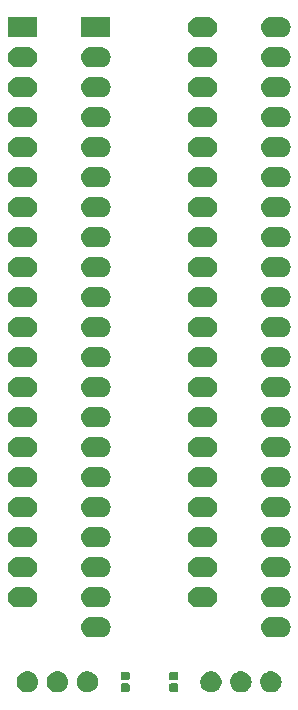
<source format=gbr>
G04 #@! TF.GenerationSoftware,KiCad,Pcbnew,5.0.2-bee76a0~70~ubuntu18.10.1*
G04 #@! TF.CreationDate,2019-03-17T01:28:34+01:00*
G04 #@! TF.ProjectId,27c160 Kickstart,32376331-3630-4204-9b69-636b73746172,rev?*
G04 #@! TF.SameCoordinates,Original*
G04 #@! TF.FileFunction,Soldermask,Top*
G04 #@! TF.FilePolarity,Negative*
%FSLAX46Y46*%
G04 Gerber Fmt 4.6, Leading zero omitted, Abs format (unit mm)*
G04 Created by KiCad (PCBNEW 5.0.2-bee76a0~70~ubuntu18.10.1) date dom 17 mar 2019 01:28:34 CET*
%MOMM*%
%LPD*%
G01*
G04 APERTURE LIST*
%ADD10C,0.100000*%
G04 APERTURE END LIST*
D10*
G36*
X33536812Y-71625224D02*
X33700784Y-71693144D01*
X33848354Y-71791747D01*
X33973853Y-71917246D01*
X34072456Y-72064816D01*
X34140376Y-72228788D01*
X34175000Y-72402859D01*
X34175000Y-72580341D01*
X34140376Y-72754412D01*
X34072456Y-72918384D01*
X33973853Y-73065954D01*
X33848354Y-73191453D01*
X33700784Y-73290056D01*
X33536812Y-73357976D01*
X33362741Y-73392600D01*
X33185259Y-73392600D01*
X33011188Y-73357976D01*
X32847216Y-73290056D01*
X32699646Y-73191453D01*
X32574147Y-73065954D01*
X32475544Y-72918384D01*
X32407624Y-72754412D01*
X32373000Y-72580341D01*
X32373000Y-72402859D01*
X32407624Y-72228788D01*
X32475544Y-72064816D01*
X32574147Y-71917246D01*
X32699646Y-71791747D01*
X32847216Y-71693144D01*
X33011188Y-71625224D01*
X33185259Y-71590600D01*
X33362741Y-71590600D01*
X33536812Y-71625224D01*
X33536812Y-71625224D01*
G37*
G36*
X35924443Y-71597119D02*
X35990627Y-71603637D01*
X36103853Y-71637984D01*
X36160467Y-71655157D01*
X36263152Y-71710044D01*
X36316991Y-71738822D01*
X36330199Y-71749662D01*
X36454186Y-71851414D01*
X36537448Y-71952871D01*
X36566778Y-71988609D01*
X36566779Y-71988611D01*
X36650443Y-72145133D01*
X36650443Y-72145134D01*
X36701963Y-72314973D01*
X36719359Y-72491600D01*
X36701963Y-72668227D01*
X36690054Y-72707486D01*
X36650443Y-72838067D01*
X36607513Y-72918382D01*
X36566778Y-72994591D01*
X36537448Y-73030329D01*
X36454186Y-73131786D01*
X36381480Y-73191453D01*
X36316991Y-73244378D01*
X36299087Y-73253948D01*
X36160467Y-73328043D01*
X36103853Y-73345216D01*
X35990627Y-73379563D01*
X35924443Y-73386081D01*
X35858260Y-73392600D01*
X35769740Y-73392600D01*
X35703557Y-73386081D01*
X35637373Y-73379563D01*
X35524147Y-73345216D01*
X35467533Y-73328043D01*
X35328913Y-73253948D01*
X35311009Y-73244378D01*
X35246520Y-73191453D01*
X35173814Y-73131786D01*
X35090552Y-73030329D01*
X35061222Y-72994591D01*
X35020487Y-72918382D01*
X34977557Y-72838067D01*
X34937946Y-72707486D01*
X34926037Y-72668227D01*
X34908641Y-72491600D01*
X34926037Y-72314973D01*
X34977557Y-72145134D01*
X34977557Y-72145133D01*
X35061221Y-71988611D01*
X35061222Y-71988609D01*
X35090552Y-71952871D01*
X35173814Y-71851414D01*
X35297801Y-71749662D01*
X35311009Y-71738822D01*
X35364848Y-71710044D01*
X35467533Y-71655157D01*
X35524147Y-71637984D01*
X35637373Y-71603637D01*
X35703557Y-71597119D01*
X35769740Y-71590600D01*
X35858260Y-71590600D01*
X35924443Y-71597119D01*
X35924443Y-71597119D01*
G37*
G36*
X38464443Y-71597119D02*
X38530627Y-71603637D01*
X38643853Y-71637984D01*
X38700467Y-71655157D01*
X38803152Y-71710044D01*
X38856991Y-71738822D01*
X38870199Y-71749662D01*
X38994186Y-71851414D01*
X39077448Y-71952871D01*
X39106778Y-71988609D01*
X39106779Y-71988611D01*
X39190443Y-72145133D01*
X39190443Y-72145134D01*
X39241963Y-72314973D01*
X39259359Y-72491600D01*
X39241963Y-72668227D01*
X39230054Y-72707486D01*
X39190443Y-72838067D01*
X39147513Y-72918382D01*
X39106778Y-72994591D01*
X39077448Y-73030329D01*
X38994186Y-73131786D01*
X38921480Y-73191453D01*
X38856991Y-73244378D01*
X38839087Y-73253948D01*
X38700467Y-73328043D01*
X38643853Y-73345216D01*
X38530627Y-73379563D01*
X38464443Y-73386081D01*
X38398260Y-73392600D01*
X38309740Y-73392600D01*
X38243557Y-73386081D01*
X38177373Y-73379563D01*
X38064147Y-73345216D01*
X38007533Y-73328043D01*
X37868913Y-73253948D01*
X37851009Y-73244378D01*
X37786520Y-73191453D01*
X37713814Y-73131786D01*
X37630552Y-73030329D01*
X37601222Y-72994591D01*
X37560487Y-72918382D01*
X37517557Y-72838067D01*
X37477946Y-72707486D01*
X37466037Y-72668227D01*
X37448641Y-72491600D01*
X37466037Y-72314973D01*
X37517557Y-72145134D01*
X37517557Y-72145133D01*
X37601221Y-71988611D01*
X37601222Y-71988609D01*
X37630552Y-71952871D01*
X37713814Y-71851414D01*
X37837801Y-71749662D01*
X37851009Y-71738822D01*
X37904848Y-71710044D01*
X38007533Y-71655157D01*
X38064147Y-71637984D01*
X38177373Y-71603637D01*
X38243557Y-71597119D01*
X38309740Y-71590600D01*
X38398260Y-71590600D01*
X38464443Y-71597119D01*
X38464443Y-71597119D01*
G37*
G36*
X17839643Y-71597119D02*
X17905827Y-71603637D01*
X18019053Y-71637984D01*
X18075667Y-71655157D01*
X18178352Y-71710044D01*
X18232191Y-71738822D01*
X18245399Y-71749662D01*
X18369386Y-71851414D01*
X18452648Y-71952871D01*
X18481978Y-71988609D01*
X18481979Y-71988611D01*
X18565643Y-72145133D01*
X18565643Y-72145134D01*
X18617163Y-72314973D01*
X18634559Y-72491600D01*
X18617163Y-72668227D01*
X18605254Y-72707486D01*
X18565643Y-72838067D01*
X18522713Y-72918382D01*
X18481978Y-72994591D01*
X18452648Y-73030329D01*
X18369386Y-73131786D01*
X18296680Y-73191453D01*
X18232191Y-73244378D01*
X18214287Y-73253948D01*
X18075667Y-73328043D01*
X18019053Y-73345216D01*
X17905827Y-73379563D01*
X17839643Y-73386081D01*
X17773460Y-73392600D01*
X17684940Y-73392600D01*
X17618757Y-73386081D01*
X17552573Y-73379563D01*
X17439347Y-73345216D01*
X17382733Y-73328043D01*
X17244113Y-73253948D01*
X17226209Y-73244378D01*
X17161720Y-73191453D01*
X17089014Y-73131786D01*
X17005752Y-73030329D01*
X16976422Y-72994591D01*
X16935687Y-72918382D01*
X16892757Y-72838067D01*
X16853146Y-72707486D01*
X16841237Y-72668227D01*
X16823841Y-72491600D01*
X16841237Y-72314973D01*
X16892757Y-72145134D01*
X16892757Y-72145133D01*
X16976421Y-71988611D01*
X16976422Y-71988609D01*
X17005752Y-71952871D01*
X17089014Y-71851414D01*
X17213001Y-71749662D01*
X17226209Y-71738822D01*
X17280048Y-71710044D01*
X17382733Y-71655157D01*
X17439347Y-71637984D01*
X17552573Y-71603637D01*
X17618757Y-71597119D01*
X17684940Y-71590600D01*
X17773460Y-71590600D01*
X17839643Y-71597119D01*
X17839643Y-71597119D01*
G37*
G36*
X23072012Y-71625224D02*
X23235984Y-71693144D01*
X23383554Y-71791747D01*
X23509053Y-71917246D01*
X23607656Y-72064816D01*
X23675576Y-72228788D01*
X23710200Y-72402859D01*
X23710200Y-72580341D01*
X23675576Y-72754412D01*
X23607656Y-72918384D01*
X23509053Y-73065954D01*
X23383554Y-73191453D01*
X23235984Y-73290056D01*
X23072012Y-73357976D01*
X22897941Y-73392600D01*
X22720459Y-73392600D01*
X22546388Y-73357976D01*
X22382416Y-73290056D01*
X22234846Y-73191453D01*
X22109347Y-73065954D01*
X22010744Y-72918384D01*
X21942824Y-72754412D01*
X21908200Y-72580341D01*
X21908200Y-72402859D01*
X21942824Y-72228788D01*
X22010744Y-72064816D01*
X22109347Y-71917246D01*
X22234846Y-71791747D01*
X22382416Y-71693144D01*
X22546388Y-71625224D01*
X22720459Y-71590600D01*
X22897941Y-71590600D01*
X23072012Y-71625224D01*
X23072012Y-71625224D01*
G37*
G36*
X20379643Y-71597119D02*
X20445827Y-71603637D01*
X20559053Y-71637984D01*
X20615667Y-71655157D01*
X20718352Y-71710044D01*
X20772191Y-71738822D01*
X20785399Y-71749662D01*
X20909386Y-71851414D01*
X20992648Y-71952871D01*
X21021978Y-71988609D01*
X21021979Y-71988611D01*
X21105643Y-72145133D01*
X21105643Y-72145134D01*
X21157163Y-72314973D01*
X21174559Y-72491600D01*
X21157163Y-72668227D01*
X21145254Y-72707486D01*
X21105643Y-72838067D01*
X21062713Y-72918382D01*
X21021978Y-72994591D01*
X20992648Y-73030329D01*
X20909386Y-73131786D01*
X20836680Y-73191453D01*
X20772191Y-73244378D01*
X20754287Y-73253948D01*
X20615667Y-73328043D01*
X20559053Y-73345216D01*
X20445827Y-73379563D01*
X20379643Y-73386081D01*
X20313460Y-73392600D01*
X20224940Y-73392600D01*
X20158757Y-73386081D01*
X20092573Y-73379563D01*
X19979347Y-73345216D01*
X19922733Y-73328043D01*
X19784113Y-73253948D01*
X19766209Y-73244378D01*
X19701720Y-73191453D01*
X19629014Y-73131786D01*
X19545752Y-73030329D01*
X19516422Y-72994591D01*
X19475687Y-72918382D01*
X19432757Y-72838067D01*
X19393146Y-72707486D01*
X19381237Y-72668227D01*
X19363841Y-72491600D01*
X19381237Y-72314973D01*
X19432757Y-72145134D01*
X19432757Y-72145133D01*
X19516421Y-71988611D01*
X19516422Y-71988609D01*
X19545752Y-71952871D01*
X19629014Y-71851414D01*
X19753001Y-71749662D01*
X19766209Y-71738822D01*
X19820048Y-71710044D01*
X19922733Y-71655157D01*
X19979347Y-71637984D01*
X20092573Y-71603637D01*
X20158757Y-71597119D01*
X20224940Y-71590600D01*
X20313460Y-71590600D01*
X20379643Y-71597119D01*
X20379643Y-71597119D01*
G37*
G36*
X30406338Y-72633316D02*
X30426956Y-72639570D01*
X30445956Y-72649726D01*
X30462608Y-72663392D01*
X30476274Y-72680044D01*
X30486430Y-72699044D01*
X30492684Y-72719662D01*
X30495400Y-72747240D01*
X30495400Y-73205960D01*
X30492684Y-73233538D01*
X30486430Y-73254156D01*
X30476274Y-73273156D01*
X30462608Y-73289808D01*
X30445956Y-73303474D01*
X30426956Y-73313630D01*
X30406338Y-73319884D01*
X30378760Y-73322600D01*
X29870040Y-73322600D01*
X29842462Y-73319884D01*
X29821844Y-73313630D01*
X29802844Y-73303474D01*
X29786192Y-73289808D01*
X29772526Y-73273156D01*
X29762370Y-73254156D01*
X29756116Y-73233538D01*
X29753400Y-73205960D01*
X29753400Y-72747240D01*
X29756116Y-72719662D01*
X29762370Y-72699044D01*
X29772526Y-72680044D01*
X29786192Y-72663392D01*
X29802844Y-72649726D01*
X29821844Y-72639570D01*
X29842462Y-72633316D01*
X29870040Y-72630600D01*
X30378760Y-72630600D01*
X30406338Y-72633316D01*
X30406338Y-72633316D01*
G37*
G36*
X26291538Y-72633316D02*
X26312156Y-72639570D01*
X26331156Y-72649726D01*
X26347808Y-72663392D01*
X26361474Y-72680044D01*
X26371630Y-72699044D01*
X26377884Y-72719662D01*
X26380600Y-72747240D01*
X26380600Y-73205960D01*
X26377884Y-73233538D01*
X26371630Y-73254156D01*
X26361474Y-73273156D01*
X26347808Y-73289808D01*
X26331156Y-73303474D01*
X26312156Y-73313630D01*
X26291538Y-73319884D01*
X26263960Y-73322600D01*
X25755240Y-73322600D01*
X25727662Y-73319884D01*
X25707044Y-73313630D01*
X25688044Y-73303474D01*
X25671392Y-73289808D01*
X25657726Y-73273156D01*
X25647570Y-73254156D01*
X25641316Y-73233538D01*
X25638600Y-73205960D01*
X25638600Y-72747240D01*
X25641316Y-72719662D01*
X25647570Y-72699044D01*
X25657726Y-72680044D01*
X25671392Y-72663392D01*
X25688044Y-72649726D01*
X25707044Y-72639570D01*
X25727662Y-72633316D01*
X25755240Y-72630600D01*
X26263960Y-72630600D01*
X26291538Y-72633316D01*
X26291538Y-72633316D01*
G37*
G36*
X26291538Y-71663316D02*
X26312156Y-71669570D01*
X26331156Y-71679726D01*
X26347808Y-71693392D01*
X26361474Y-71710044D01*
X26371630Y-71729044D01*
X26377884Y-71749662D01*
X26380600Y-71777240D01*
X26380600Y-72235960D01*
X26377884Y-72263538D01*
X26371630Y-72284156D01*
X26361474Y-72303156D01*
X26347808Y-72319808D01*
X26331156Y-72333474D01*
X26312156Y-72343630D01*
X26291538Y-72349884D01*
X26263960Y-72352600D01*
X25755240Y-72352600D01*
X25727662Y-72349884D01*
X25707044Y-72343630D01*
X25688044Y-72333474D01*
X25671392Y-72319808D01*
X25657726Y-72303156D01*
X25647570Y-72284156D01*
X25641316Y-72263538D01*
X25638600Y-72235960D01*
X25638600Y-71777240D01*
X25641316Y-71749662D01*
X25647570Y-71729044D01*
X25657726Y-71710044D01*
X25671392Y-71693392D01*
X25688044Y-71679726D01*
X25707044Y-71669570D01*
X25727662Y-71663316D01*
X25755240Y-71660600D01*
X26263960Y-71660600D01*
X26291538Y-71663316D01*
X26291538Y-71663316D01*
G37*
G36*
X30406338Y-71663316D02*
X30426956Y-71669570D01*
X30445956Y-71679726D01*
X30462608Y-71693392D01*
X30476274Y-71710044D01*
X30486430Y-71729044D01*
X30492684Y-71749662D01*
X30495400Y-71777240D01*
X30495400Y-72235960D01*
X30492684Y-72263538D01*
X30486430Y-72284156D01*
X30476274Y-72303156D01*
X30462608Y-72319808D01*
X30445956Y-72333474D01*
X30426956Y-72343630D01*
X30406338Y-72349884D01*
X30378760Y-72352600D01*
X29870040Y-72352600D01*
X29842462Y-72349884D01*
X29821844Y-72343630D01*
X29802844Y-72333474D01*
X29786192Y-72319808D01*
X29772526Y-72303156D01*
X29762370Y-72284156D01*
X29756116Y-72263538D01*
X29753400Y-72235960D01*
X29753400Y-71777240D01*
X29756116Y-71749662D01*
X29762370Y-71729044D01*
X29772526Y-71710044D01*
X29786192Y-71693392D01*
X29802844Y-71679726D01*
X29821844Y-71669570D01*
X29842462Y-71663316D01*
X29870040Y-71660600D01*
X30378760Y-71660600D01*
X30406338Y-71663316D01*
X30406338Y-71663316D01*
G37*
G36*
X24087221Y-67030113D02*
X24087224Y-67030114D01*
X24087225Y-67030114D01*
X24247639Y-67078775D01*
X24247641Y-67078776D01*
X24247644Y-67078777D01*
X24395478Y-67157795D01*
X24525059Y-67264141D01*
X24631405Y-67393722D01*
X24710423Y-67541556D01*
X24759087Y-67701979D01*
X24775517Y-67868800D01*
X24759087Y-68035621D01*
X24710423Y-68196044D01*
X24631405Y-68343878D01*
X24525059Y-68473459D01*
X24395478Y-68579805D01*
X24247644Y-68658823D01*
X24247641Y-68658824D01*
X24247639Y-68658825D01*
X24087225Y-68707486D01*
X24087224Y-68707486D01*
X24087221Y-68707487D01*
X23962204Y-68719800D01*
X23078596Y-68719800D01*
X22953579Y-68707487D01*
X22953576Y-68707486D01*
X22953575Y-68707486D01*
X22793161Y-68658825D01*
X22793159Y-68658824D01*
X22793156Y-68658823D01*
X22645322Y-68579805D01*
X22515741Y-68473459D01*
X22409395Y-68343878D01*
X22330377Y-68196044D01*
X22281713Y-68035621D01*
X22265283Y-67868800D01*
X22281713Y-67701979D01*
X22330377Y-67541556D01*
X22409395Y-67393722D01*
X22515741Y-67264141D01*
X22645322Y-67157795D01*
X22793156Y-67078777D01*
X22793159Y-67078776D01*
X22793161Y-67078775D01*
X22953575Y-67030114D01*
X22953576Y-67030114D01*
X22953579Y-67030113D01*
X23078596Y-67017800D01*
X23962204Y-67017800D01*
X24087221Y-67030113D01*
X24087221Y-67030113D01*
G37*
G36*
X39327221Y-67030113D02*
X39327224Y-67030114D01*
X39327225Y-67030114D01*
X39487639Y-67078775D01*
X39487641Y-67078776D01*
X39487644Y-67078777D01*
X39635478Y-67157795D01*
X39765059Y-67264141D01*
X39871405Y-67393722D01*
X39950423Y-67541556D01*
X39999087Y-67701979D01*
X40015517Y-67868800D01*
X39999087Y-68035621D01*
X39950423Y-68196044D01*
X39871405Y-68343878D01*
X39765059Y-68473459D01*
X39635478Y-68579805D01*
X39487644Y-68658823D01*
X39487641Y-68658824D01*
X39487639Y-68658825D01*
X39327225Y-68707486D01*
X39327224Y-68707486D01*
X39327221Y-68707487D01*
X39202204Y-68719800D01*
X38318596Y-68719800D01*
X38193579Y-68707487D01*
X38193576Y-68707486D01*
X38193575Y-68707486D01*
X38033161Y-68658825D01*
X38033159Y-68658824D01*
X38033156Y-68658823D01*
X37885322Y-68579805D01*
X37755741Y-68473459D01*
X37649395Y-68343878D01*
X37570377Y-68196044D01*
X37521713Y-68035621D01*
X37505283Y-67868800D01*
X37521713Y-67701979D01*
X37570377Y-67541556D01*
X37649395Y-67393722D01*
X37755741Y-67264141D01*
X37885322Y-67157795D01*
X38033156Y-67078777D01*
X38033159Y-67078776D01*
X38033161Y-67078775D01*
X38193575Y-67030114D01*
X38193576Y-67030114D01*
X38193579Y-67030113D01*
X38318596Y-67017800D01*
X39202204Y-67017800D01*
X39327221Y-67030113D01*
X39327221Y-67030113D01*
G37*
G36*
X39327221Y-64490113D02*
X39327224Y-64490114D01*
X39327225Y-64490114D01*
X39487639Y-64538775D01*
X39487641Y-64538776D01*
X39487644Y-64538777D01*
X39635478Y-64617795D01*
X39765059Y-64724141D01*
X39871405Y-64853722D01*
X39950423Y-65001556D01*
X39999087Y-65161979D01*
X40015517Y-65328800D01*
X39999087Y-65495621D01*
X39950423Y-65656044D01*
X39871405Y-65803878D01*
X39765059Y-65933459D01*
X39635478Y-66039805D01*
X39487644Y-66118823D01*
X39487641Y-66118824D01*
X39487639Y-66118825D01*
X39327225Y-66167486D01*
X39327224Y-66167486D01*
X39327221Y-66167487D01*
X39202204Y-66179800D01*
X38318596Y-66179800D01*
X38193579Y-66167487D01*
X38193576Y-66167486D01*
X38193575Y-66167486D01*
X38033161Y-66118825D01*
X38033159Y-66118824D01*
X38033156Y-66118823D01*
X37885322Y-66039805D01*
X37755741Y-65933459D01*
X37649395Y-65803878D01*
X37570377Y-65656044D01*
X37521713Y-65495621D01*
X37505283Y-65328800D01*
X37521713Y-65161979D01*
X37570377Y-65001556D01*
X37649395Y-64853722D01*
X37755741Y-64724141D01*
X37885322Y-64617795D01*
X38033156Y-64538777D01*
X38033159Y-64538776D01*
X38033161Y-64538775D01*
X38193575Y-64490114D01*
X38193576Y-64490114D01*
X38193579Y-64490113D01*
X38318596Y-64477800D01*
X39202204Y-64477800D01*
X39327221Y-64490113D01*
X39327221Y-64490113D01*
G37*
G36*
X33129621Y-64490113D02*
X33129624Y-64490114D01*
X33129625Y-64490114D01*
X33290039Y-64538775D01*
X33290041Y-64538776D01*
X33290044Y-64538777D01*
X33437878Y-64617795D01*
X33567459Y-64724141D01*
X33673805Y-64853722D01*
X33752823Y-65001556D01*
X33801487Y-65161979D01*
X33817917Y-65328800D01*
X33801487Y-65495621D01*
X33752823Y-65656044D01*
X33673805Y-65803878D01*
X33567459Y-65933459D01*
X33437878Y-66039805D01*
X33290044Y-66118823D01*
X33290041Y-66118824D01*
X33290039Y-66118825D01*
X33129625Y-66167486D01*
X33129624Y-66167486D01*
X33129621Y-66167487D01*
X33004604Y-66179800D01*
X32120996Y-66179800D01*
X31995979Y-66167487D01*
X31995976Y-66167486D01*
X31995975Y-66167486D01*
X31835561Y-66118825D01*
X31835559Y-66118824D01*
X31835556Y-66118823D01*
X31687722Y-66039805D01*
X31558141Y-65933459D01*
X31451795Y-65803878D01*
X31372777Y-65656044D01*
X31324113Y-65495621D01*
X31307683Y-65328800D01*
X31324113Y-65161979D01*
X31372777Y-65001556D01*
X31451795Y-64853722D01*
X31558141Y-64724141D01*
X31687722Y-64617795D01*
X31835556Y-64538777D01*
X31835559Y-64538776D01*
X31835561Y-64538775D01*
X31995975Y-64490114D01*
X31995976Y-64490114D01*
X31995979Y-64490113D01*
X32120996Y-64477800D01*
X33004604Y-64477800D01*
X33129621Y-64490113D01*
X33129621Y-64490113D01*
G37*
G36*
X17889621Y-64490113D02*
X17889624Y-64490114D01*
X17889625Y-64490114D01*
X18050039Y-64538775D01*
X18050041Y-64538776D01*
X18050044Y-64538777D01*
X18197878Y-64617795D01*
X18327459Y-64724141D01*
X18433805Y-64853722D01*
X18512823Y-65001556D01*
X18561487Y-65161979D01*
X18577917Y-65328800D01*
X18561487Y-65495621D01*
X18512823Y-65656044D01*
X18433805Y-65803878D01*
X18327459Y-65933459D01*
X18197878Y-66039805D01*
X18050044Y-66118823D01*
X18050041Y-66118824D01*
X18050039Y-66118825D01*
X17889625Y-66167486D01*
X17889624Y-66167486D01*
X17889621Y-66167487D01*
X17764604Y-66179800D01*
X16880996Y-66179800D01*
X16755979Y-66167487D01*
X16755976Y-66167486D01*
X16755975Y-66167486D01*
X16595561Y-66118825D01*
X16595559Y-66118824D01*
X16595556Y-66118823D01*
X16447722Y-66039805D01*
X16318141Y-65933459D01*
X16211795Y-65803878D01*
X16132777Y-65656044D01*
X16084113Y-65495621D01*
X16067683Y-65328800D01*
X16084113Y-65161979D01*
X16132777Y-65001556D01*
X16211795Y-64853722D01*
X16318141Y-64724141D01*
X16447722Y-64617795D01*
X16595556Y-64538777D01*
X16595559Y-64538776D01*
X16595561Y-64538775D01*
X16755975Y-64490114D01*
X16755976Y-64490114D01*
X16755979Y-64490113D01*
X16880996Y-64477800D01*
X17764604Y-64477800D01*
X17889621Y-64490113D01*
X17889621Y-64490113D01*
G37*
G36*
X24087221Y-64490113D02*
X24087224Y-64490114D01*
X24087225Y-64490114D01*
X24247639Y-64538775D01*
X24247641Y-64538776D01*
X24247644Y-64538777D01*
X24395478Y-64617795D01*
X24525059Y-64724141D01*
X24631405Y-64853722D01*
X24710423Y-65001556D01*
X24759087Y-65161979D01*
X24775517Y-65328800D01*
X24759087Y-65495621D01*
X24710423Y-65656044D01*
X24631405Y-65803878D01*
X24525059Y-65933459D01*
X24395478Y-66039805D01*
X24247644Y-66118823D01*
X24247641Y-66118824D01*
X24247639Y-66118825D01*
X24087225Y-66167486D01*
X24087224Y-66167486D01*
X24087221Y-66167487D01*
X23962204Y-66179800D01*
X23078596Y-66179800D01*
X22953579Y-66167487D01*
X22953576Y-66167486D01*
X22953575Y-66167486D01*
X22793161Y-66118825D01*
X22793159Y-66118824D01*
X22793156Y-66118823D01*
X22645322Y-66039805D01*
X22515741Y-65933459D01*
X22409395Y-65803878D01*
X22330377Y-65656044D01*
X22281713Y-65495621D01*
X22265283Y-65328800D01*
X22281713Y-65161979D01*
X22330377Y-65001556D01*
X22409395Y-64853722D01*
X22515741Y-64724141D01*
X22645322Y-64617795D01*
X22793156Y-64538777D01*
X22793159Y-64538776D01*
X22793161Y-64538775D01*
X22953575Y-64490114D01*
X22953576Y-64490114D01*
X22953579Y-64490113D01*
X23078596Y-64477800D01*
X23962204Y-64477800D01*
X24087221Y-64490113D01*
X24087221Y-64490113D01*
G37*
G36*
X17889621Y-61950113D02*
X17889624Y-61950114D01*
X17889625Y-61950114D01*
X18050039Y-61998775D01*
X18050041Y-61998776D01*
X18050044Y-61998777D01*
X18197878Y-62077795D01*
X18327459Y-62184141D01*
X18433805Y-62313722D01*
X18512823Y-62461556D01*
X18561487Y-62621979D01*
X18577917Y-62788800D01*
X18561487Y-62955621D01*
X18512823Y-63116044D01*
X18433805Y-63263878D01*
X18327459Y-63393459D01*
X18197878Y-63499805D01*
X18050044Y-63578823D01*
X18050041Y-63578824D01*
X18050039Y-63578825D01*
X17889625Y-63627486D01*
X17889624Y-63627486D01*
X17889621Y-63627487D01*
X17764604Y-63639800D01*
X16880996Y-63639800D01*
X16755979Y-63627487D01*
X16755976Y-63627486D01*
X16755975Y-63627486D01*
X16595561Y-63578825D01*
X16595559Y-63578824D01*
X16595556Y-63578823D01*
X16447722Y-63499805D01*
X16318141Y-63393459D01*
X16211795Y-63263878D01*
X16132777Y-63116044D01*
X16084113Y-62955621D01*
X16067683Y-62788800D01*
X16084113Y-62621979D01*
X16132777Y-62461556D01*
X16211795Y-62313722D01*
X16318141Y-62184141D01*
X16447722Y-62077795D01*
X16595556Y-61998777D01*
X16595559Y-61998776D01*
X16595561Y-61998775D01*
X16755975Y-61950114D01*
X16755976Y-61950114D01*
X16755979Y-61950113D01*
X16880996Y-61937800D01*
X17764604Y-61937800D01*
X17889621Y-61950113D01*
X17889621Y-61950113D01*
G37*
G36*
X24087221Y-61950113D02*
X24087224Y-61950114D01*
X24087225Y-61950114D01*
X24247639Y-61998775D01*
X24247641Y-61998776D01*
X24247644Y-61998777D01*
X24395478Y-62077795D01*
X24525059Y-62184141D01*
X24631405Y-62313722D01*
X24710423Y-62461556D01*
X24759087Y-62621979D01*
X24775517Y-62788800D01*
X24759087Y-62955621D01*
X24710423Y-63116044D01*
X24631405Y-63263878D01*
X24525059Y-63393459D01*
X24395478Y-63499805D01*
X24247644Y-63578823D01*
X24247641Y-63578824D01*
X24247639Y-63578825D01*
X24087225Y-63627486D01*
X24087224Y-63627486D01*
X24087221Y-63627487D01*
X23962204Y-63639800D01*
X23078596Y-63639800D01*
X22953579Y-63627487D01*
X22953576Y-63627486D01*
X22953575Y-63627486D01*
X22793161Y-63578825D01*
X22793159Y-63578824D01*
X22793156Y-63578823D01*
X22645322Y-63499805D01*
X22515741Y-63393459D01*
X22409395Y-63263878D01*
X22330377Y-63116044D01*
X22281713Y-62955621D01*
X22265283Y-62788800D01*
X22281713Y-62621979D01*
X22330377Y-62461556D01*
X22409395Y-62313722D01*
X22515741Y-62184141D01*
X22645322Y-62077795D01*
X22793156Y-61998777D01*
X22793159Y-61998776D01*
X22793161Y-61998775D01*
X22953575Y-61950114D01*
X22953576Y-61950114D01*
X22953579Y-61950113D01*
X23078596Y-61937800D01*
X23962204Y-61937800D01*
X24087221Y-61950113D01*
X24087221Y-61950113D01*
G37*
G36*
X33129621Y-61950113D02*
X33129624Y-61950114D01*
X33129625Y-61950114D01*
X33290039Y-61998775D01*
X33290041Y-61998776D01*
X33290044Y-61998777D01*
X33437878Y-62077795D01*
X33567459Y-62184141D01*
X33673805Y-62313722D01*
X33752823Y-62461556D01*
X33801487Y-62621979D01*
X33817917Y-62788800D01*
X33801487Y-62955621D01*
X33752823Y-63116044D01*
X33673805Y-63263878D01*
X33567459Y-63393459D01*
X33437878Y-63499805D01*
X33290044Y-63578823D01*
X33290041Y-63578824D01*
X33290039Y-63578825D01*
X33129625Y-63627486D01*
X33129624Y-63627486D01*
X33129621Y-63627487D01*
X33004604Y-63639800D01*
X32120996Y-63639800D01*
X31995979Y-63627487D01*
X31995976Y-63627486D01*
X31995975Y-63627486D01*
X31835561Y-63578825D01*
X31835559Y-63578824D01*
X31835556Y-63578823D01*
X31687722Y-63499805D01*
X31558141Y-63393459D01*
X31451795Y-63263878D01*
X31372777Y-63116044D01*
X31324113Y-62955621D01*
X31307683Y-62788800D01*
X31324113Y-62621979D01*
X31372777Y-62461556D01*
X31451795Y-62313722D01*
X31558141Y-62184141D01*
X31687722Y-62077795D01*
X31835556Y-61998777D01*
X31835559Y-61998776D01*
X31835561Y-61998775D01*
X31995975Y-61950114D01*
X31995976Y-61950114D01*
X31995979Y-61950113D01*
X32120996Y-61937800D01*
X33004604Y-61937800D01*
X33129621Y-61950113D01*
X33129621Y-61950113D01*
G37*
G36*
X39327221Y-61950113D02*
X39327224Y-61950114D01*
X39327225Y-61950114D01*
X39487639Y-61998775D01*
X39487641Y-61998776D01*
X39487644Y-61998777D01*
X39635478Y-62077795D01*
X39765059Y-62184141D01*
X39871405Y-62313722D01*
X39950423Y-62461556D01*
X39999087Y-62621979D01*
X40015517Y-62788800D01*
X39999087Y-62955621D01*
X39950423Y-63116044D01*
X39871405Y-63263878D01*
X39765059Y-63393459D01*
X39635478Y-63499805D01*
X39487644Y-63578823D01*
X39487641Y-63578824D01*
X39487639Y-63578825D01*
X39327225Y-63627486D01*
X39327224Y-63627486D01*
X39327221Y-63627487D01*
X39202204Y-63639800D01*
X38318596Y-63639800D01*
X38193579Y-63627487D01*
X38193576Y-63627486D01*
X38193575Y-63627486D01*
X38033161Y-63578825D01*
X38033159Y-63578824D01*
X38033156Y-63578823D01*
X37885322Y-63499805D01*
X37755741Y-63393459D01*
X37649395Y-63263878D01*
X37570377Y-63116044D01*
X37521713Y-62955621D01*
X37505283Y-62788800D01*
X37521713Y-62621979D01*
X37570377Y-62461556D01*
X37649395Y-62313722D01*
X37755741Y-62184141D01*
X37885322Y-62077795D01*
X38033156Y-61998777D01*
X38033159Y-61998776D01*
X38033161Y-61998775D01*
X38193575Y-61950114D01*
X38193576Y-61950114D01*
X38193579Y-61950113D01*
X38318596Y-61937800D01*
X39202204Y-61937800D01*
X39327221Y-61950113D01*
X39327221Y-61950113D01*
G37*
G36*
X17889621Y-59410113D02*
X17889624Y-59410114D01*
X17889625Y-59410114D01*
X18050039Y-59458775D01*
X18050041Y-59458776D01*
X18050044Y-59458777D01*
X18197878Y-59537795D01*
X18327459Y-59644141D01*
X18433805Y-59773722D01*
X18512823Y-59921556D01*
X18561487Y-60081979D01*
X18577917Y-60248800D01*
X18561487Y-60415621D01*
X18512823Y-60576044D01*
X18433805Y-60723878D01*
X18327459Y-60853459D01*
X18197878Y-60959805D01*
X18050044Y-61038823D01*
X18050041Y-61038824D01*
X18050039Y-61038825D01*
X17889625Y-61087486D01*
X17889624Y-61087486D01*
X17889621Y-61087487D01*
X17764604Y-61099800D01*
X16880996Y-61099800D01*
X16755979Y-61087487D01*
X16755976Y-61087486D01*
X16755975Y-61087486D01*
X16595561Y-61038825D01*
X16595559Y-61038824D01*
X16595556Y-61038823D01*
X16447722Y-60959805D01*
X16318141Y-60853459D01*
X16211795Y-60723878D01*
X16132777Y-60576044D01*
X16084113Y-60415621D01*
X16067683Y-60248800D01*
X16084113Y-60081979D01*
X16132777Y-59921556D01*
X16211795Y-59773722D01*
X16318141Y-59644141D01*
X16447722Y-59537795D01*
X16595556Y-59458777D01*
X16595559Y-59458776D01*
X16595561Y-59458775D01*
X16755975Y-59410114D01*
X16755976Y-59410114D01*
X16755979Y-59410113D01*
X16880996Y-59397800D01*
X17764604Y-59397800D01*
X17889621Y-59410113D01*
X17889621Y-59410113D01*
G37*
G36*
X39327221Y-59410113D02*
X39327224Y-59410114D01*
X39327225Y-59410114D01*
X39487639Y-59458775D01*
X39487641Y-59458776D01*
X39487644Y-59458777D01*
X39635478Y-59537795D01*
X39765059Y-59644141D01*
X39871405Y-59773722D01*
X39950423Y-59921556D01*
X39999087Y-60081979D01*
X40015517Y-60248800D01*
X39999087Y-60415621D01*
X39950423Y-60576044D01*
X39871405Y-60723878D01*
X39765059Y-60853459D01*
X39635478Y-60959805D01*
X39487644Y-61038823D01*
X39487641Y-61038824D01*
X39487639Y-61038825D01*
X39327225Y-61087486D01*
X39327224Y-61087486D01*
X39327221Y-61087487D01*
X39202204Y-61099800D01*
X38318596Y-61099800D01*
X38193579Y-61087487D01*
X38193576Y-61087486D01*
X38193575Y-61087486D01*
X38033161Y-61038825D01*
X38033159Y-61038824D01*
X38033156Y-61038823D01*
X37885322Y-60959805D01*
X37755741Y-60853459D01*
X37649395Y-60723878D01*
X37570377Y-60576044D01*
X37521713Y-60415621D01*
X37505283Y-60248800D01*
X37521713Y-60081979D01*
X37570377Y-59921556D01*
X37649395Y-59773722D01*
X37755741Y-59644141D01*
X37885322Y-59537795D01*
X38033156Y-59458777D01*
X38033159Y-59458776D01*
X38033161Y-59458775D01*
X38193575Y-59410114D01*
X38193576Y-59410114D01*
X38193579Y-59410113D01*
X38318596Y-59397800D01*
X39202204Y-59397800D01*
X39327221Y-59410113D01*
X39327221Y-59410113D01*
G37*
G36*
X33129621Y-59410113D02*
X33129624Y-59410114D01*
X33129625Y-59410114D01*
X33290039Y-59458775D01*
X33290041Y-59458776D01*
X33290044Y-59458777D01*
X33437878Y-59537795D01*
X33567459Y-59644141D01*
X33673805Y-59773722D01*
X33752823Y-59921556D01*
X33801487Y-60081979D01*
X33817917Y-60248800D01*
X33801487Y-60415621D01*
X33752823Y-60576044D01*
X33673805Y-60723878D01*
X33567459Y-60853459D01*
X33437878Y-60959805D01*
X33290044Y-61038823D01*
X33290041Y-61038824D01*
X33290039Y-61038825D01*
X33129625Y-61087486D01*
X33129624Y-61087486D01*
X33129621Y-61087487D01*
X33004604Y-61099800D01*
X32120996Y-61099800D01*
X31995979Y-61087487D01*
X31995976Y-61087486D01*
X31995975Y-61087486D01*
X31835561Y-61038825D01*
X31835559Y-61038824D01*
X31835556Y-61038823D01*
X31687722Y-60959805D01*
X31558141Y-60853459D01*
X31451795Y-60723878D01*
X31372777Y-60576044D01*
X31324113Y-60415621D01*
X31307683Y-60248800D01*
X31324113Y-60081979D01*
X31372777Y-59921556D01*
X31451795Y-59773722D01*
X31558141Y-59644141D01*
X31687722Y-59537795D01*
X31835556Y-59458777D01*
X31835559Y-59458776D01*
X31835561Y-59458775D01*
X31995975Y-59410114D01*
X31995976Y-59410114D01*
X31995979Y-59410113D01*
X32120996Y-59397800D01*
X33004604Y-59397800D01*
X33129621Y-59410113D01*
X33129621Y-59410113D01*
G37*
G36*
X24087221Y-59410113D02*
X24087224Y-59410114D01*
X24087225Y-59410114D01*
X24247639Y-59458775D01*
X24247641Y-59458776D01*
X24247644Y-59458777D01*
X24395478Y-59537795D01*
X24525059Y-59644141D01*
X24631405Y-59773722D01*
X24710423Y-59921556D01*
X24759087Y-60081979D01*
X24775517Y-60248800D01*
X24759087Y-60415621D01*
X24710423Y-60576044D01*
X24631405Y-60723878D01*
X24525059Y-60853459D01*
X24395478Y-60959805D01*
X24247644Y-61038823D01*
X24247641Y-61038824D01*
X24247639Y-61038825D01*
X24087225Y-61087486D01*
X24087224Y-61087486D01*
X24087221Y-61087487D01*
X23962204Y-61099800D01*
X23078596Y-61099800D01*
X22953579Y-61087487D01*
X22953576Y-61087486D01*
X22953575Y-61087486D01*
X22793161Y-61038825D01*
X22793159Y-61038824D01*
X22793156Y-61038823D01*
X22645322Y-60959805D01*
X22515741Y-60853459D01*
X22409395Y-60723878D01*
X22330377Y-60576044D01*
X22281713Y-60415621D01*
X22265283Y-60248800D01*
X22281713Y-60081979D01*
X22330377Y-59921556D01*
X22409395Y-59773722D01*
X22515741Y-59644141D01*
X22645322Y-59537795D01*
X22793156Y-59458777D01*
X22793159Y-59458776D01*
X22793161Y-59458775D01*
X22953575Y-59410114D01*
X22953576Y-59410114D01*
X22953579Y-59410113D01*
X23078596Y-59397800D01*
X23962204Y-59397800D01*
X24087221Y-59410113D01*
X24087221Y-59410113D01*
G37*
G36*
X17889621Y-56870113D02*
X17889624Y-56870114D01*
X17889625Y-56870114D01*
X18050039Y-56918775D01*
X18050041Y-56918776D01*
X18050044Y-56918777D01*
X18197878Y-56997795D01*
X18327459Y-57104141D01*
X18433805Y-57233722D01*
X18512823Y-57381556D01*
X18561487Y-57541979D01*
X18577917Y-57708800D01*
X18561487Y-57875621D01*
X18512823Y-58036044D01*
X18433805Y-58183878D01*
X18327459Y-58313459D01*
X18197878Y-58419805D01*
X18050044Y-58498823D01*
X18050041Y-58498824D01*
X18050039Y-58498825D01*
X17889625Y-58547486D01*
X17889624Y-58547486D01*
X17889621Y-58547487D01*
X17764604Y-58559800D01*
X16880996Y-58559800D01*
X16755979Y-58547487D01*
X16755976Y-58547486D01*
X16755975Y-58547486D01*
X16595561Y-58498825D01*
X16595559Y-58498824D01*
X16595556Y-58498823D01*
X16447722Y-58419805D01*
X16318141Y-58313459D01*
X16211795Y-58183878D01*
X16132777Y-58036044D01*
X16084113Y-57875621D01*
X16067683Y-57708800D01*
X16084113Y-57541979D01*
X16132777Y-57381556D01*
X16211795Y-57233722D01*
X16318141Y-57104141D01*
X16447722Y-56997795D01*
X16595556Y-56918777D01*
X16595559Y-56918776D01*
X16595561Y-56918775D01*
X16755975Y-56870114D01*
X16755976Y-56870114D01*
X16755979Y-56870113D01*
X16880996Y-56857800D01*
X17764604Y-56857800D01*
X17889621Y-56870113D01*
X17889621Y-56870113D01*
G37*
G36*
X33129621Y-56870113D02*
X33129624Y-56870114D01*
X33129625Y-56870114D01*
X33290039Y-56918775D01*
X33290041Y-56918776D01*
X33290044Y-56918777D01*
X33437878Y-56997795D01*
X33567459Y-57104141D01*
X33673805Y-57233722D01*
X33752823Y-57381556D01*
X33801487Y-57541979D01*
X33817917Y-57708800D01*
X33801487Y-57875621D01*
X33752823Y-58036044D01*
X33673805Y-58183878D01*
X33567459Y-58313459D01*
X33437878Y-58419805D01*
X33290044Y-58498823D01*
X33290041Y-58498824D01*
X33290039Y-58498825D01*
X33129625Y-58547486D01*
X33129624Y-58547486D01*
X33129621Y-58547487D01*
X33004604Y-58559800D01*
X32120996Y-58559800D01*
X31995979Y-58547487D01*
X31995976Y-58547486D01*
X31995975Y-58547486D01*
X31835561Y-58498825D01*
X31835559Y-58498824D01*
X31835556Y-58498823D01*
X31687722Y-58419805D01*
X31558141Y-58313459D01*
X31451795Y-58183878D01*
X31372777Y-58036044D01*
X31324113Y-57875621D01*
X31307683Y-57708800D01*
X31324113Y-57541979D01*
X31372777Y-57381556D01*
X31451795Y-57233722D01*
X31558141Y-57104141D01*
X31687722Y-56997795D01*
X31835556Y-56918777D01*
X31835559Y-56918776D01*
X31835561Y-56918775D01*
X31995975Y-56870114D01*
X31995976Y-56870114D01*
X31995979Y-56870113D01*
X32120996Y-56857800D01*
X33004604Y-56857800D01*
X33129621Y-56870113D01*
X33129621Y-56870113D01*
G37*
G36*
X24087221Y-56870113D02*
X24087224Y-56870114D01*
X24087225Y-56870114D01*
X24247639Y-56918775D01*
X24247641Y-56918776D01*
X24247644Y-56918777D01*
X24395478Y-56997795D01*
X24525059Y-57104141D01*
X24631405Y-57233722D01*
X24710423Y-57381556D01*
X24759087Y-57541979D01*
X24775517Y-57708800D01*
X24759087Y-57875621D01*
X24710423Y-58036044D01*
X24631405Y-58183878D01*
X24525059Y-58313459D01*
X24395478Y-58419805D01*
X24247644Y-58498823D01*
X24247641Y-58498824D01*
X24247639Y-58498825D01*
X24087225Y-58547486D01*
X24087224Y-58547486D01*
X24087221Y-58547487D01*
X23962204Y-58559800D01*
X23078596Y-58559800D01*
X22953579Y-58547487D01*
X22953576Y-58547486D01*
X22953575Y-58547486D01*
X22793161Y-58498825D01*
X22793159Y-58498824D01*
X22793156Y-58498823D01*
X22645322Y-58419805D01*
X22515741Y-58313459D01*
X22409395Y-58183878D01*
X22330377Y-58036044D01*
X22281713Y-57875621D01*
X22265283Y-57708800D01*
X22281713Y-57541979D01*
X22330377Y-57381556D01*
X22409395Y-57233722D01*
X22515741Y-57104141D01*
X22645322Y-56997795D01*
X22793156Y-56918777D01*
X22793159Y-56918776D01*
X22793161Y-56918775D01*
X22953575Y-56870114D01*
X22953576Y-56870114D01*
X22953579Y-56870113D01*
X23078596Y-56857800D01*
X23962204Y-56857800D01*
X24087221Y-56870113D01*
X24087221Y-56870113D01*
G37*
G36*
X39327221Y-56870113D02*
X39327224Y-56870114D01*
X39327225Y-56870114D01*
X39487639Y-56918775D01*
X39487641Y-56918776D01*
X39487644Y-56918777D01*
X39635478Y-56997795D01*
X39765059Y-57104141D01*
X39871405Y-57233722D01*
X39950423Y-57381556D01*
X39999087Y-57541979D01*
X40015517Y-57708800D01*
X39999087Y-57875621D01*
X39950423Y-58036044D01*
X39871405Y-58183878D01*
X39765059Y-58313459D01*
X39635478Y-58419805D01*
X39487644Y-58498823D01*
X39487641Y-58498824D01*
X39487639Y-58498825D01*
X39327225Y-58547486D01*
X39327224Y-58547486D01*
X39327221Y-58547487D01*
X39202204Y-58559800D01*
X38318596Y-58559800D01*
X38193579Y-58547487D01*
X38193576Y-58547486D01*
X38193575Y-58547486D01*
X38033161Y-58498825D01*
X38033159Y-58498824D01*
X38033156Y-58498823D01*
X37885322Y-58419805D01*
X37755741Y-58313459D01*
X37649395Y-58183878D01*
X37570377Y-58036044D01*
X37521713Y-57875621D01*
X37505283Y-57708800D01*
X37521713Y-57541979D01*
X37570377Y-57381556D01*
X37649395Y-57233722D01*
X37755741Y-57104141D01*
X37885322Y-56997795D01*
X38033156Y-56918777D01*
X38033159Y-56918776D01*
X38033161Y-56918775D01*
X38193575Y-56870114D01*
X38193576Y-56870114D01*
X38193579Y-56870113D01*
X38318596Y-56857800D01*
X39202204Y-56857800D01*
X39327221Y-56870113D01*
X39327221Y-56870113D01*
G37*
G36*
X33129621Y-54330113D02*
X33129624Y-54330114D01*
X33129625Y-54330114D01*
X33290039Y-54378775D01*
X33290041Y-54378776D01*
X33290044Y-54378777D01*
X33437878Y-54457795D01*
X33567459Y-54564141D01*
X33673805Y-54693722D01*
X33752823Y-54841556D01*
X33801487Y-55001979D01*
X33817917Y-55168800D01*
X33801487Y-55335621D01*
X33752823Y-55496044D01*
X33673805Y-55643878D01*
X33567459Y-55773459D01*
X33437878Y-55879805D01*
X33290044Y-55958823D01*
X33290041Y-55958824D01*
X33290039Y-55958825D01*
X33129625Y-56007486D01*
X33129624Y-56007486D01*
X33129621Y-56007487D01*
X33004604Y-56019800D01*
X32120996Y-56019800D01*
X31995979Y-56007487D01*
X31995976Y-56007486D01*
X31995975Y-56007486D01*
X31835561Y-55958825D01*
X31835559Y-55958824D01*
X31835556Y-55958823D01*
X31687722Y-55879805D01*
X31558141Y-55773459D01*
X31451795Y-55643878D01*
X31372777Y-55496044D01*
X31324113Y-55335621D01*
X31307683Y-55168800D01*
X31324113Y-55001979D01*
X31372777Y-54841556D01*
X31451795Y-54693722D01*
X31558141Y-54564141D01*
X31687722Y-54457795D01*
X31835556Y-54378777D01*
X31835559Y-54378776D01*
X31835561Y-54378775D01*
X31995975Y-54330114D01*
X31995976Y-54330114D01*
X31995979Y-54330113D01*
X32120996Y-54317800D01*
X33004604Y-54317800D01*
X33129621Y-54330113D01*
X33129621Y-54330113D01*
G37*
G36*
X17889621Y-54330113D02*
X17889624Y-54330114D01*
X17889625Y-54330114D01*
X18050039Y-54378775D01*
X18050041Y-54378776D01*
X18050044Y-54378777D01*
X18197878Y-54457795D01*
X18327459Y-54564141D01*
X18433805Y-54693722D01*
X18512823Y-54841556D01*
X18561487Y-55001979D01*
X18577917Y-55168800D01*
X18561487Y-55335621D01*
X18512823Y-55496044D01*
X18433805Y-55643878D01*
X18327459Y-55773459D01*
X18197878Y-55879805D01*
X18050044Y-55958823D01*
X18050041Y-55958824D01*
X18050039Y-55958825D01*
X17889625Y-56007486D01*
X17889624Y-56007486D01*
X17889621Y-56007487D01*
X17764604Y-56019800D01*
X16880996Y-56019800D01*
X16755979Y-56007487D01*
X16755976Y-56007486D01*
X16755975Y-56007486D01*
X16595561Y-55958825D01*
X16595559Y-55958824D01*
X16595556Y-55958823D01*
X16447722Y-55879805D01*
X16318141Y-55773459D01*
X16211795Y-55643878D01*
X16132777Y-55496044D01*
X16084113Y-55335621D01*
X16067683Y-55168800D01*
X16084113Y-55001979D01*
X16132777Y-54841556D01*
X16211795Y-54693722D01*
X16318141Y-54564141D01*
X16447722Y-54457795D01*
X16595556Y-54378777D01*
X16595559Y-54378776D01*
X16595561Y-54378775D01*
X16755975Y-54330114D01*
X16755976Y-54330114D01*
X16755979Y-54330113D01*
X16880996Y-54317800D01*
X17764604Y-54317800D01*
X17889621Y-54330113D01*
X17889621Y-54330113D01*
G37*
G36*
X24087221Y-54330113D02*
X24087224Y-54330114D01*
X24087225Y-54330114D01*
X24247639Y-54378775D01*
X24247641Y-54378776D01*
X24247644Y-54378777D01*
X24395478Y-54457795D01*
X24525059Y-54564141D01*
X24631405Y-54693722D01*
X24710423Y-54841556D01*
X24759087Y-55001979D01*
X24775517Y-55168800D01*
X24759087Y-55335621D01*
X24710423Y-55496044D01*
X24631405Y-55643878D01*
X24525059Y-55773459D01*
X24395478Y-55879805D01*
X24247644Y-55958823D01*
X24247641Y-55958824D01*
X24247639Y-55958825D01*
X24087225Y-56007486D01*
X24087224Y-56007486D01*
X24087221Y-56007487D01*
X23962204Y-56019800D01*
X23078596Y-56019800D01*
X22953579Y-56007487D01*
X22953576Y-56007486D01*
X22953575Y-56007486D01*
X22793161Y-55958825D01*
X22793159Y-55958824D01*
X22793156Y-55958823D01*
X22645322Y-55879805D01*
X22515741Y-55773459D01*
X22409395Y-55643878D01*
X22330377Y-55496044D01*
X22281713Y-55335621D01*
X22265283Y-55168800D01*
X22281713Y-55001979D01*
X22330377Y-54841556D01*
X22409395Y-54693722D01*
X22515741Y-54564141D01*
X22645322Y-54457795D01*
X22793156Y-54378777D01*
X22793159Y-54378776D01*
X22793161Y-54378775D01*
X22953575Y-54330114D01*
X22953576Y-54330114D01*
X22953579Y-54330113D01*
X23078596Y-54317800D01*
X23962204Y-54317800D01*
X24087221Y-54330113D01*
X24087221Y-54330113D01*
G37*
G36*
X39327221Y-54330113D02*
X39327224Y-54330114D01*
X39327225Y-54330114D01*
X39487639Y-54378775D01*
X39487641Y-54378776D01*
X39487644Y-54378777D01*
X39635478Y-54457795D01*
X39765059Y-54564141D01*
X39871405Y-54693722D01*
X39950423Y-54841556D01*
X39999087Y-55001979D01*
X40015517Y-55168800D01*
X39999087Y-55335621D01*
X39950423Y-55496044D01*
X39871405Y-55643878D01*
X39765059Y-55773459D01*
X39635478Y-55879805D01*
X39487644Y-55958823D01*
X39487641Y-55958824D01*
X39487639Y-55958825D01*
X39327225Y-56007486D01*
X39327224Y-56007486D01*
X39327221Y-56007487D01*
X39202204Y-56019800D01*
X38318596Y-56019800D01*
X38193579Y-56007487D01*
X38193576Y-56007486D01*
X38193575Y-56007486D01*
X38033161Y-55958825D01*
X38033159Y-55958824D01*
X38033156Y-55958823D01*
X37885322Y-55879805D01*
X37755741Y-55773459D01*
X37649395Y-55643878D01*
X37570377Y-55496044D01*
X37521713Y-55335621D01*
X37505283Y-55168800D01*
X37521713Y-55001979D01*
X37570377Y-54841556D01*
X37649395Y-54693722D01*
X37755741Y-54564141D01*
X37885322Y-54457795D01*
X38033156Y-54378777D01*
X38033159Y-54378776D01*
X38033161Y-54378775D01*
X38193575Y-54330114D01*
X38193576Y-54330114D01*
X38193579Y-54330113D01*
X38318596Y-54317800D01*
X39202204Y-54317800D01*
X39327221Y-54330113D01*
X39327221Y-54330113D01*
G37*
G36*
X17889621Y-51790113D02*
X17889624Y-51790114D01*
X17889625Y-51790114D01*
X18050039Y-51838775D01*
X18050041Y-51838776D01*
X18050044Y-51838777D01*
X18197878Y-51917795D01*
X18327459Y-52024141D01*
X18433805Y-52153722D01*
X18512823Y-52301556D01*
X18561487Y-52461979D01*
X18577917Y-52628800D01*
X18561487Y-52795621D01*
X18512823Y-52956044D01*
X18433805Y-53103878D01*
X18327459Y-53233459D01*
X18197878Y-53339805D01*
X18050044Y-53418823D01*
X18050041Y-53418824D01*
X18050039Y-53418825D01*
X17889625Y-53467486D01*
X17889624Y-53467486D01*
X17889621Y-53467487D01*
X17764604Y-53479800D01*
X16880996Y-53479800D01*
X16755979Y-53467487D01*
X16755976Y-53467486D01*
X16755975Y-53467486D01*
X16595561Y-53418825D01*
X16595559Y-53418824D01*
X16595556Y-53418823D01*
X16447722Y-53339805D01*
X16318141Y-53233459D01*
X16211795Y-53103878D01*
X16132777Y-52956044D01*
X16084113Y-52795621D01*
X16067683Y-52628800D01*
X16084113Y-52461979D01*
X16132777Y-52301556D01*
X16211795Y-52153722D01*
X16318141Y-52024141D01*
X16447722Y-51917795D01*
X16595556Y-51838777D01*
X16595559Y-51838776D01*
X16595561Y-51838775D01*
X16755975Y-51790114D01*
X16755976Y-51790114D01*
X16755979Y-51790113D01*
X16880996Y-51777800D01*
X17764604Y-51777800D01*
X17889621Y-51790113D01*
X17889621Y-51790113D01*
G37*
G36*
X33129621Y-51790113D02*
X33129624Y-51790114D01*
X33129625Y-51790114D01*
X33290039Y-51838775D01*
X33290041Y-51838776D01*
X33290044Y-51838777D01*
X33437878Y-51917795D01*
X33567459Y-52024141D01*
X33673805Y-52153722D01*
X33752823Y-52301556D01*
X33801487Y-52461979D01*
X33817917Y-52628800D01*
X33801487Y-52795621D01*
X33752823Y-52956044D01*
X33673805Y-53103878D01*
X33567459Y-53233459D01*
X33437878Y-53339805D01*
X33290044Y-53418823D01*
X33290041Y-53418824D01*
X33290039Y-53418825D01*
X33129625Y-53467486D01*
X33129624Y-53467486D01*
X33129621Y-53467487D01*
X33004604Y-53479800D01*
X32120996Y-53479800D01*
X31995979Y-53467487D01*
X31995976Y-53467486D01*
X31995975Y-53467486D01*
X31835561Y-53418825D01*
X31835559Y-53418824D01*
X31835556Y-53418823D01*
X31687722Y-53339805D01*
X31558141Y-53233459D01*
X31451795Y-53103878D01*
X31372777Y-52956044D01*
X31324113Y-52795621D01*
X31307683Y-52628800D01*
X31324113Y-52461979D01*
X31372777Y-52301556D01*
X31451795Y-52153722D01*
X31558141Y-52024141D01*
X31687722Y-51917795D01*
X31835556Y-51838777D01*
X31835559Y-51838776D01*
X31835561Y-51838775D01*
X31995975Y-51790114D01*
X31995976Y-51790114D01*
X31995979Y-51790113D01*
X32120996Y-51777800D01*
X33004604Y-51777800D01*
X33129621Y-51790113D01*
X33129621Y-51790113D01*
G37*
G36*
X39327221Y-51790113D02*
X39327224Y-51790114D01*
X39327225Y-51790114D01*
X39487639Y-51838775D01*
X39487641Y-51838776D01*
X39487644Y-51838777D01*
X39635478Y-51917795D01*
X39765059Y-52024141D01*
X39871405Y-52153722D01*
X39950423Y-52301556D01*
X39999087Y-52461979D01*
X40015517Y-52628800D01*
X39999087Y-52795621D01*
X39950423Y-52956044D01*
X39871405Y-53103878D01*
X39765059Y-53233459D01*
X39635478Y-53339805D01*
X39487644Y-53418823D01*
X39487641Y-53418824D01*
X39487639Y-53418825D01*
X39327225Y-53467486D01*
X39327224Y-53467486D01*
X39327221Y-53467487D01*
X39202204Y-53479800D01*
X38318596Y-53479800D01*
X38193579Y-53467487D01*
X38193576Y-53467486D01*
X38193575Y-53467486D01*
X38033161Y-53418825D01*
X38033159Y-53418824D01*
X38033156Y-53418823D01*
X37885322Y-53339805D01*
X37755741Y-53233459D01*
X37649395Y-53103878D01*
X37570377Y-52956044D01*
X37521713Y-52795621D01*
X37505283Y-52628800D01*
X37521713Y-52461979D01*
X37570377Y-52301556D01*
X37649395Y-52153722D01*
X37755741Y-52024141D01*
X37885322Y-51917795D01*
X38033156Y-51838777D01*
X38033159Y-51838776D01*
X38033161Y-51838775D01*
X38193575Y-51790114D01*
X38193576Y-51790114D01*
X38193579Y-51790113D01*
X38318596Y-51777800D01*
X39202204Y-51777800D01*
X39327221Y-51790113D01*
X39327221Y-51790113D01*
G37*
G36*
X24087221Y-51790113D02*
X24087224Y-51790114D01*
X24087225Y-51790114D01*
X24247639Y-51838775D01*
X24247641Y-51838776D01*
X24247644Y-51838777D01*
X24395478Y-51917795D01*
X24525059Y-52024141D01*
X24631405Y-52153722D01*
X24710423Y-52301556D01*
X24759087Y-52461979D01*
X24775517Y-52628800D01*
X24759087Y-52795621D01*
X24710423Y-52956044D01*
X24631405Y-53103878D01*
X24525059Y-53233459D01*
X24395478Y-53339805D01*
X24247644Y-53418823D01*
X24247641Y-53418824D01*
X24247639Y-53418825D01*
X24087225Y-53467486D01*
X24087224Y-53467486D01*
X24087221Y-53467487D01*
X23962204Y-53479800D01*
X23078596Y-53479800D01*
X22953579Y-53467487D01*
X22953576Y-53467486D01*
X22953575Y-53467486D01*
X22793161Y-53418825D01*
X22793159Y-53418824D01*
X22793156Y-53418823D01*
X22645322Y-53339805D01*
X22515741Y-53233459D01*
X22409395Y-53103878D01*
X22330377Y-52956044D01*
X22281713Y-52795621D01*
X22265283Y-52628800D01*
X22281713Y-52461979D01*
X22330377Y-52301556D01*
X22409395Y-52153722D01*
X22515741Y-52024141D01*
X22645322Y-51917795D01*
X22793156Y-51838777D01*
X22793159Y-51838776D01*
X22793161Y-51838775D01*
X22953575Y-51790114D01*
X22953576Y-51790114D01*
X22953579Y-51790113D01*
X23078596Y-51777800D01*
X23962204Y-51777800D01*
X24087221Y-51790113D01*
X24087221Y-51790113D01*
G37*
G36*
X17889621Y-49250113D02*
X17889624Y-49250114D01*
X17889625Y-49250114D01*
X18050039Y-49298775D01*
X18050041Y-49298776D01*
X18050044Y-49298777D01*
X18197878Y-49377795D01*
X18327459Y-49484141D01*
X18433805Y-49613722D01*
X18512823Y-49761556D01*
X18561487Y-49921979D01*
X18577917Y-50088800D01*
X18561487Y-50255621D01*
X18512823Y-50416044D01*
X18433805Y-50563878D01*
X18327459Y-50693459D01*
X18197878Y-50799805D01*
X18050044Y-50878823D01*
X18050041Y-50878824D01*
X18050039Y-50878825D01*
X17889625Y-50927486D01*
X17889624Y-50927486D01*
X17889621Y-50927487D01*
X17764604Y-50939800D01*
X16880996Y-50939800D01*
X16755979Y-50927487D01*
X16755976Y-50927486D01*
X16755975Y-50927486D01*
X16595561Y-50878825D01*
X16595559Y-50878824D01*
X16595556Y-50878823D01*
X16447722Y-50799805D01*
X16318141Y-50693459D01*
X16211795Y-50563878D01*
X16132777Y-50416044D01*
X16084113Y-50255621D01*
X16067683Y-50088800D01*
X16084113Y-49921979D01*
X16132777Y-49761556D01*
X16211795Y-49613722D01*
X16318141Y-49484141D01*
X16447722Y-49377795D01*
X16595556Y-49298777D01*
X16595559Y-49298776D01*
X16595561Y-49298775D01*
X16755975Y-49250114D01*
X16755976Y-49250114D01*
X16755979Y-49250113D01*
X16880996Y-49237800D01*
X17764604Y-49237800D01*
X17889621Y-49250113D01*
X17889621Y-49250113D01*
G37*
G36*
X24087221Y-49250113D02*
X24087224Y-49250114D01*
X24087225Y-49250114D01*
X24247639Y-49298775D01*
X24247641Y-49298776D01*
X24247644Y-49298777D01*
X24395478Y-49377795D01*
X24525059Y-49484141D01*
X24631405Y-49613722D01*
X24710423Y-49761556D01*
X24759087Y-49921979D01*
X24775517Y-50088800D01*
X24759087Y-50255621D01*
X24710423Y-50416044D01*
X24631405Y-50563878D01*
X24525059Y-50693459D01*
X24395478Y-50799805D01*
X24247644Y-50878823D01*
X24247641Y-50878824D01*
X24247639Y-50878825D01*
X24087225Y-50927486D01*
X24087224Y-50927486D01*
X24087221Y-50927487D01*
X23962204Y-50939800D01*
X23078596Y-50939800D01*
X22953579Y-50927487D01*
X22953576Y-50927486D01*
X22953575Y-50927486D01*
X22793161Y-50878825D01*
X22793159Y-50878824D01*
X22793156Y-50878823D01*
X22645322Y-50799805D01*
X22515741Y-50693459D01*
X22409395Y-50563878D01*
X22330377Y-50416044D01*
X22281713Y-50255621D01*
X22265283Y-50088800D01*
X22281713Y-49921979D01*
X22330377Y-49761556D01*
X22409395Y-49613722D01*
X22515741Y-49484141D01*
X22645322Y-49377795D01*
X22793156Y-49298777D01*
X22793159Y-49298776D01*
X22793161Y-49298775D01*
X22953575Y-49250114D01*
X22953576Y-49250114D01*
X22953579Y-49250113D01*
X23078596Y-49237800D01*
X23962204Y-49237800D01*
X24087221Y-49250113D01*
X24087221Y-49250113D01*
G37*
G36*
X39327221Y-49250113D02*
X39327224Y-49250114D01*
X39327225Y-49250114D01*
X39487639Y-49298775D01*
X39487641Y-49298776D01*
X39487644Y-49298777D01*
X39635478Y-49377795D01*
X39765059Y-49484141D01*
X39871405Y-49613722D01*
X39950423Y-49761556D01*
X39999087Y-49921979D01*
X40015517Y-50088800D01*
X39999087Y-50255621D01*
X39950423Y-50416044D01*
X39871405Y-50563878D01*
X39765059Y-50693459D01*
X39635478Y-50799805D01*
X39487644Y-50878823D01*
X39487641Y-50878824D01*
X39487639Y-50878825D01*
X39327225Y-50927486D01*
X39327224Y-50927486D01*
X39327221Y-50927487D01*
X39202204Y-50939800D01*
X38318596Y-50939800D01*
X38193579Y-50927487D01*
X38193576Y-50927486D01*
X38193575Y-50927486D01*
X38033161Y-50878825D01*
X38033159Y-50878824D01*
X38033156Y-50878823D01*
X37885322Y-50799805D01*
X37755741Y-50693459D01*
X37649395Y-50563878D01*
X37570377Y-50416044D01*
X37521713Y-50255621D01*
X37505283Y-50088800D01*
X37521713Y-49921979D01*
X37570377Y-49761556D01*
X37649395Y-49613722D01*
X37755741Y-49484141D01*
X37885322Y-49377795D01*
X38033156Y-49298777D01*
X38033159Y-49298776D01*
X38033161Y-49298775D01*
X38193575Y-49250114D01*
X38193576Y-49250114D01*
X38193579Y-49250113D01*
X38318596Y-49237800D01*
X39202204Y-49237800D01*
X39327221Y-49250113D01*
X39327221Y-49250113D01*
G37*
G36*
X33129621Y-49250113D02*
X33129624Y-49250114D01*
X33129625Y-49250114D01*
X33290039Y-49298775D01*
X33290041Y-49298776D01*
X33290044Y-49298777D01*
X33437878Y-49377795D01*
X33567459Y-49484141D01*
X33673805Y-49613722D01*
X33752823Y-49761556D01*
X33801487Y-49921979D01*
X33817917Y-50088800D01*
X33801487Y-50255621D01*
X33752823Y-50416044D01*
X33673805Y-50563878D01*
X33567459Y-50693459D01*
X33437878Y-50799805D01*
X33290044Y-50878823D01*
X33290041Y-50878824D01*
X33290039Y-50878825D01*
X33129625Y-50927486D01*
X33129624Y-50927486D01*
X33129621Y-50927487D01*
X33004604Y-50939800D01*
X32120996Y-50939800D01*
X31995979Y-50927487D01*
X31995976Y-50927486D01*
X31995975Y-50927486D01*
X31835561Y-50878825D01*
X31835559Y-50878824D01*
X31835556Y-50878823D01*
X31687722Y-50799805D01*
X31558141Y-50693459D01*
X31451795Y-50563878D01*
X31372777Y-50416044D01*
X31324113Y-50255621D01*
X31307683Y-50088800D01*
X31324113Y-49921979D01*
X31372777Y-49761556D01*
X31451795Y-49613722D01*
X31558141Y-49484141D01*
X31687722Y-49377795D01*
X31835556Y-49298777D01*
X31835559Y-49298776D01*
X31835561Y-49298775D01*
X31995975Y-49250114D01*
X31995976Y-49250114D01*
X31995979Y-49250113D01*
X32120996Y-49237800D01*
X33004604Y-49237800D01*
X33129621Y-49250113D01*
X33129621Y-49250113D01*
G37*
G36*
X39327221Y-46710113D02*
X39327224Y-46710114D01*
X39327225Y-46710114D01*
X39487639Y-46758775D01*
X39487641Y-46758776D01*
X39487644Y-46758777D01*
X39635478Y-46837795D01*
X39765059Y-46944141D01*
X39871405Y-47073722D01*
X39950423Y-47221556D01*
X39999087Y-47381979D01*
X40015517Y-47548800D01*
X39999087Y-47715621D01*
X39950423Y-47876044D01*
X39871405Y-48023878D01*
X39765059Y-48153459D01*
X39635478Y-48259805D01*
X39487644Y-48338823D01*
X39487641Y-48338824D01*
X39487639Y-48338825D01*
X39327225Y-48387486D01*
X39327224Y-48387486D01*
X39327221Y-48387487D01*
X39202204Y-48399800D01*
X38318596Y-48399800D01*
X38193579Y-48387487D01*
X38193576Y-48387486D01*
X38193575Y-48387486D01*
X38033161Y-48338825D01*
X38033159Y-48338824D01*
X38033156Y-48338823D01*
X37885322Y-48259805D01*
X37755741Y-48153459D01*
X37649395Y-48023878D01*
X37570377Y-47876044D01*
X37521713Y-47715621D01*
X37505283Y-47548800D01*
X37521713Y-47381979D01*
X37570377Y-47221556D01*
X37649395Y-47073722D01*
X37755741Y-46944141D01*
X37885322Y-46837795D01*
X38033156Y-46758777D01*
X38033159Y-46758776D01*
X38033161Y-46758775D01*
X38193575Y-46710114D01*
X38193576Y-46710114D01*
X38193579Y-46710113D01*
X38318596Y-46697800D01*
X39202204Y-46697800D01*
X39327221Y-46710113D01*
X39327221Y-46710113D01*
G37*
G36*
X33129621Y-46710113D02*
X33129624Y-46710114D01*
X33129625Y-46710114D01*
X33290039Y-46758775D01*
X33290041Y-46758776D01*
X33290044Y-46758777D01*
X33437878Y-46837795D01*
X33567459Y-46944141D01*
X33673805Y-47073722D01*
X33752823Y-47221556D01*
X33801487Y-47381979D01*
X33817917Y-47548800D01*
X33801487Y-47715621D01*
X33752823Y-47876044D01*
X33673805Y-48023878D01*
X33567459Y-48153459D01*
X33437878Y-48259805D01*
X33290044Y-48338823D01*
X33290041Y-48338824D01*
X33290039Y-48338825D01*
X33129625Y-48387486D01*
X33129624Y-48387486D01*
X33129621Y-48387487D01*
X33004604Y-48399800D01*
X32120996Y-48399800D01*
X31995979Y-48387487D01*
X31995976Y-48387486D01*
X31995975Y-48387486D01*
X31835561Y-48338825D01*
X31835559Y-48338824D01*
X31835556Y-48338823D01*
X31687722Y-48259805D01*
X31558141Y-48153459D01*
X31451795Y-48023878D01*
X31372777Y-47876044D01*
X31324113Y-47715621D01*
X31307683Y-47548800D01*
X31324113Y-47381979D01*
X31372777Y-47221556D01*
X31451795Y-47073722D01*
X31558141Y-46944141D01*
X31687722Y-46837795D01*
X31835556Y-46758777D01*
X31835559Y-46758776D01*
X31835561Y-46758775D01*
X31995975Y-46710114D01*
X31995976Y-46710114D01*
X31995979Y-46710113D01*
X32120996Y-46697800D01*
X33004604Y-46697800D01*
X33129621Y-46710113D01*
X33129621Y-46710113D01*
G37*
G36*
X17889621Y-46710113D02*
X17889624Y-46710114D01*
X17889625Y-46710114D01*
X18050039Y-46758775D01*
X18050041Y-46758776D01*
X18050044Y-46758777D01*
X18197878Y-46837795D01*
X18327459Y-46944141D01*
X18433805Y-47073722D01*
X18512823Y-47221556D01*
X18561487Y-47381979D01*
X18577917Y-47548800D01*
X18561487Y-47715621D01*
X18512823Y-47876044D01*
X18433805Y-48023878D01*
X18327459Y-48153459D01*
X18197878Y-48259805D01*
X18050044Y-48338823D01*
X18050041Y-48338824D01*
X18050039Y-48338825D01*
X17889625Y-48387486D01*
X17889624Y-48387486D01*
X17889621Y-48387487D01*
X17764604Y-48399800D01*
X16880996Y-48399800D01*
X16755979Y-48387487D01*
X16755976Y-48387486D01*
X16755975Y-48387486D01*
X16595561Y-48338825D01*
X16595559Y-48338824D01*
X16595556Y-48338823D01*
X16447722Y-48259805D01*
X16318141Y-48153459D01*
X16211795Y-48023878D01*
X16132777Y-47876044D01*
X16084113Y-47715621D01*
X16067683Y-47548800D01*
X16084113Y-47381979D01*
X16132777Y-47221556D01*
X16211795Y-47073722D01*
X16318141Y-46944141D01*
X16447722Y-46837795D01*
X16595556Y-46758777D01*
X16595559Y-46758776D01*
X16595561Y-46758775D01*
X16755975Y-46710114D01*
X16755976Y-46710114D01*
X16755979Y-46710113D01*
X16880996Y-46697800D01*
X17764604Y-46697800D01*
X17889621Y-46710113D01*
X17889621Y-46710113D01*
G37*
G36*
X24087221Y-46710113D02*
X24087224Y-46710114D01*
X24087225Y-46710114D01*
X24247639Y-46758775D01*
X24247641Y-46758776D01*
X24247644Y-46758777D01*
X24395478Y-46837795D01*
X24525059Y-46944141D01*
X24631405Y-47073722D01*
X24710423Y-47221556D01*
X24759087Y-47381979D01*
X24775517Y-47548800D01*
X24759087Y-47715621D01*
X24710423Y-47876044D01*
X24631405Y-48023878D01*
X24525059Y-48153459D01*
X24395478Y-48259805D01*
X24247644Y-48338823D01*
X24247641Y-48338824D01*
X24247639Y-48338825D01*
X24087225Y-48387486D01*
X24087224Y-48387486D01*
X24087221Y-48387487D01*
X23962204Y-48399800D01*
X23078596Y-48399800D01*
X22953579Y-48387487D01*
X22953576Y-48387486D01*
X22953575Y-48387486D01*
X22793161Y-48338825D01*
X22793159Y-48338824D01*
X22793156Y-48338823D01*
X22645322Y-48259805D01*
X22515741Y-48153459D01*
X22409395Y-48023878D01*
X22330377Y-47876044D01*
X22281713Y-47715621D01*
X22265283Y-47548800D01*
X22281713Y-47381979D01*
X22330377Y-47221556D01*
X22409395Y-47073722D01*
X22515741Y-46944141D01*
X22645322Y-46837795D01*
X22793156Y-46758777D01*
X22793159Y-46758776D01*
X22793161Y-46758775D01*
X22953575Y-46710114D01*
X22953576Y-46710114D01*
X22953579Y-46710113D01*
X23078596Y-46697800D01*
X23962204Y-46697800D01*
X24087221Y-46710113D01*
X24087221Y-46710113D01*
G37*
G36*
X39327221Y-44170113D02*
X39327224Y-44170114D01*
X39327225Y-44170114D01*
X39487639Y-44218775D01*
X39487641Y-44218776D01*
X39487644Y-44218777D01*
X39635478Y-44297795D01*
X39765059Y-44404141D01*
X39871405Y-44533722D01*
X39950423Y-44681556D01*
X39999087Y-44841979D01*
X40015517Y-45008800D01*
X39999087Y-45175621D01*
X39950423Y-45336044D01*
X39871405Y-45483878D01*
X39765059Y-45613459D01*
X39635478Y-45719805D01*
X39487644Y-45798823D01*
X39487641Y-45798824D01*
X39487639Y-45798825D01*
X39327225Y-45847486D01*
X39327224Y-45847486D01*
X39327221Y-45847487D01*
X39202204Y-45859800D01*
X38318596Y-45859800D01*
X38193579Y-45847487D01*
X38193576Y-45847486D01*
X38193575Y-45847486D01*
X38033161Y-45798825D01*
X38033159Y-45798824D01*
X38033156Y-45798823D01*
X37885322Y-45719805D01*
X37755741Y-45613459D01*
X37649395Y-45483878D01*
X37570377Y-45336044D01*
X37521713Y-45175621D01*
X37505283Y-45008800D01*
X37521713Y-44841979D01*
X37570377Y-44681556D01*
X37649395Y-44533722D01*
X37755741Y-44404141D01*
X37885322Y-44297795D01*
X38033156Y-44218777D01*
X38033159Y-44218776D01*
X38033161Y-44218775D01*
X38193575Y-44170114D01*
X38193576Y-44170114D01*
X38193579Y-44170113D01*
X38318596Y-44157800D01*
X39202204Y-44157800D01*
X39327221Y-44170113D01*
X39327221Y-44170113D01*
G37*
G36*
X33129621Y-44170113D02*
X33129624Y-44170114D01*
X33129625Y-44170114D01*
X33290039Y-44218775D01*
X33290041Y-44218776D01*
X33290044Y-44218777D01*
X33437878Y-44297795D01*
X33567459Y-44404141D01*
X33673805Y-44533722D01*
X33752823Y-44681556D01*
X33801487Y-44841979D01*
X33817917Y-45008800D01*
X33801487Y-45175621D01*
X33752823Y-45336044D01*
X33673805Y-45483878D01*
X33567459Y-45613459D01*
X33437878Y-45719805D01*
X33290044Y-45798823D01*
X33290041Y-45798824D01*
X33290039Y-45798825D01*
X33129625Y-45847486D01*
X33129624Y-45847486D01*
X33129621Y-45847487D01*
X33004604Y-45859800D01*
X32120996Y-45859800D01*
X31995979Y-45847487D01*
X31995976Y-45847486D01*
X31995975Y-45847486D01*
X31835561Y-45798825D01*
X31835559Y-45798824D01*
X31835556Y-45798823D01*
X31687722Y-45719805D01*
X31558141Y-45613459D01*
X31451795Y-45483878D01*
X31372777Y-45336044D01*
X31324113Y-45175621D01*
X31307683Y-45008800D01*
X31324113Y-44841979D01*
X31372777Y-44681556D01*
X31451795Y-44533722D01*
X31558141Y-44404141D01*
X31687722Y-44297795D01*
X31835556Y-44218777D01*
X31835559Y-44218776D01*
X31835561Y-44218775D01*
X31995975Y-44170114D01*
X31995976Y-44170114D01*
X31995979Y-44170113D01*
X32120996Y-44157800D01*
X33004604Y-44157800D01*
X33129621Y-44170113D01*
X33129621Y-44170113D01*
G37*
G36*
X17889621Y-44170113D02*
X17889624Y-44170114D01*
X17889625Y-44170114D01*
X18050039Y-44218775D01*
X18050041Y-44218776D01*
X18050044Y-44218777D01*
X18197878Y-44297795D01*
X18327459Y-44404141D01*
X18433805Y-44533722D01*
X18512823Y-44681556D01*
X18561487Y-44841979D01*
X18577917Y-45008800D01*
X18561487Y-45175621D01*
X18512823Y-45336044D01*
X18433805Y-45483878D01*
X18327459Y-45613459D01*
X18197878Y-45719805D01*
X18050044Y-45798823D01*
X18050041Y-45798824D01*
X18050039Y-45798825D01*
X17889625Y-45847486D01*
X17889624Y-45847486D01*
X17889621Y-45847487D01*
X17764604Y-45859800D01*
X16880996Y-45859800D01*
X16755979Y-45847487D01*
X16755976Y-45847486D01*
X16755975Y-45847486D01*
X16595561Y-45798825D01*
X16595559Y-45798824D01*
X16595556Y-45798823D01*
X16447722Y-45719805D01*
X16318141Y-45613459D01*
X16211795Y-45483878D01*
X16132777Y-45336044D01*
X16084113Y-45175621D01*
X16067683Y-45008800D01*
X16084113Y-44841979D01*
X16132777Y-44681556D01*
X16211795Y-44533722D01*
X16318141Y-44404141D01*
X16447722Y-44297795D01*
X16595556Y-44218777D01*
X16595559Y-44218776D01*
X16595561Y-44218775D01*
X16755975Y-44170114D01*
X16755976Y-44170114D01*
X16755979Y-44170113D01*
X16880996Y-44157800D01*
X17764604Y-44157800D01*
X17889621Y-44170113D01*
X17889621Y-44170113D01*
G37*
G36*
X24087221Y-44170113D02*
X24087224Y-44170114D01*
X24087225Y-44170114D01*
X24247639Y-44218775D01*
X24247641Y-44218776D01*
X24247644Y-44218777D01*
X24395478Y-44297795D01*
X24525059Y-44404141D01*
X24631405Y-44533722D01*
X24710423Y-44681556D01*
X24759087Y-44841979D01*
X24775517Y-45008800D01*
X24759087Y-45175621D01*
X24710423Y-45336044D01*
X24631405Y-45483878D01*
X24525059Y-45613459D01*
X24395478Y-45719805D01*
X24247644Y-45798823D01*
X24247641Y-45798824D01*
X24247639Y-45798825D01*
X24087225Y-45847486D01*
X24087224Y-45847486D01*
X24087221Y-45847487D01*
X23962204Y-45859800D01*
X23078596Y-45859800D01*
X22953579Y-45847487D01*
X22953576Y-45847486D01*
X22953575Y-45847486D01*
X22793161Y-45798825D01*
X22793159Y-45798824D01*
X22793156Y-45798823D01*
X22645322Y-45719805D01*
X22515741Y-45613459D01*
X22409395Y-45483878D01*
X22330377Y-45336044D01*
X22281713Y-45175621D01*
X22265283Y-45008800D01*
X22281713Y-44841979D01*
X22330377Y-44681556D01*
X22409395Y-44533722D01*
X22515741Y-44404141D01*
X22645322Y-44297795D01*
X22793156Y-44218777D01*
X22793159Y-44218776D01*
X22793161Y-44218775D01*
X22953575Y-44170114D01*
X22953576Y-44170114D01*
X22953579Y-44170113D01*
X23078596Y-44157800D01*
X23962204Y-44157800D01*
X24087221Y-44170113D01*
X24087221Y-44170113D01*
G37*
G36*
X17889621Y-41630113D02*
X17889624Y-41630114D01*
X17889625Y-41630114D01*
X18050039Y-41678775D01*
X18050041Y-41678776D01*
X18050044Y-41678777D01*
X18197878Y-41757795D01*
X18327459Y-41864141D01*
X18433805Y-41993722D01*
X18512823Y-42141556D01*
X18561487Y-42301979D01*
X18577917Y-42468800D01*
X18561487Y-42635621D01*
X18512823Y-42796044D01*
X18433805Y-42943878D01*
X18327459Y-43073459D01*
X18197878Y-43179805D01*
X18050044Y-43258823D01*
X18050041Y-43258824D01*
X18050039Y-43258825D01*
X17889625Y-43307486D01*
X17889624Y-43307486D01*
X17889621Y-43307487D01*
X17764604Y-43319800D01*
X16880996Y-43319800D01*
X16755979Y-43307487D01*
X16755976Y-43307486D01*
X16755975Y-43307486D01*
X16595561Y-43258825D01*
X16595559Y-43258824D01*
X16595556Y-43258823D01*
X16447722Y-43179805D01*
X16318141Y-43073459D01*
X16211795Y-42943878D01*
X16132777Y-42796044D01*
X16084113Y-42635621D01*
X16067683Y-42468800D01*
X16084113Y-42301979D01*
X16132777Y-42141556D01*
X16211795Y-41993722D01*
X16318141Y-41864141D01*
X16447722Y-41757795D01*
X16595556Y-41678777D01*
X16595559Y-41678776D01*
X16595561Y-41678775D01*
X16755975Y-41630114D01*
X16755976Y-41630114D01*
X16755979Y-41630113D01*
X16880996Y-41617800D01*
X17764604Y-41617800D01*
X17889621Y-41630113D01*
X17889621Y-41630113D01*
G37*
G36*
X24087221Y-41630113D02*
X24087224Y-41630114D01*
X24087225Y-41630114D01*
X24247639Y-41678775D01*
X24247641Y-41678776D01*
X24247644Y-41678777D01*
X24395478Y-41757795D01*
X24525059Y-41864141D01*
X24631405Y-41993722D01*
X24710423Y-42141556D01*
X24759087Y-42301979D01*
X24775517Y-42468800D01*
X24759087Y-42635621D01*
X24710423Y-42796044D01*
X24631405Y-42943878D01*
X24525059Y-43073459D01*
X24395478Y-43179805D01*
X24247644Y-43258823D01*
X24247641Y-43258824D01*
X24247639Y-43258825D01*
X24087225Y-43307486D01*
X24087224Y-43307486D01*
X24087221Y-43307487D01*
X23962204Y-43319800D01*
X23078596Y-43319800D01*
X22953579Y-43307487D01*
X22953576Y-43307486D01*
X22953575Y-43307486D01*
X22793161Y-43258825D01*
X22793159Y-43258824D01*
X22793156Y-43258823D01*
X22645322Y-43179805D01*
X22515741Y-43073459D01*
X22409395Y-42943878D01*
X22330377Y-42796044D01*
X22281713Y-42635621D01*
X22265283Y-42468800D01*
X22281713Y-42301979D01*
X22330377Y-42141556D01*
X22409395Y-41993722D01*
X22515741Y-41864141D01*
X22645322Y-41757795D01*
X22793156Y-41678777D01*
X22793159Y-41678776D01*
X22793161Y-41678775D01*
X22953575Y-41630114D01*
X22953576Y-41630114D01*
X22953579Y-41630113D01*
X23078596Y-41617800D01*
X23962204Y-41617800D01*
X24087221Y-41630113D01*
X24087221Y-41630113D01*
G37*
G36*
X39327221Y-41630113D02*
X39327224Y-41630114D01*
X39327225Y-41630114D01*
X39487639Y-41678775D01*
X39487641Y-41678776D01*
X39487644Y-41678777D01*
X39635478Y-41757795D01*
X39765059Y-41864141D01*
X39871405Y-41993722D01*
X39950423Y-42141556D01*
X39999087Y-42301979D01*
X40015517Y-42468800D01*
X39999087Y-42635621D01*
X39950423Y-42796044D01*
X39871405Y-42943878D01*
X39765059Y-43073459D01*
X39635478Y-43179805D01*
X39487644Y-43258823D01*
X39487641Y-43258824D01*
X39487639Y-43258825D01*
X39327225Y-43307486D01*
X39327224Y-43307486D01*
X39327221Y-43307487D01*
X39202204Y-43319800D01*
X38318596Y-43319800D01*
X38193579Y-43307487D01*
X38193576Y-43307486D01*
X38193575Y-43307486D01*
X38033161Y-43258825D01*
X38033159Y-43258824D01*
X38033156Y-43258823D01*
X37885322Y-43179805D01*
X37755741Y-43073459D01*
X37649395Y-42943878D01*
X37570377Y-42796044D01*
X37521713Y-42635621D01*
X37505283Y-42468800D01*
X37521713Y-42301979D01*
X37570377Y-42141556D01*
X37649395Y-41993722D01*
X37755741Y-41864141D01*
X37885322Y-41757795D01*
X38033156Y-41678777D01*
X38033159Y-41678776D01*
X38033161Y-41678775D01*
X38193575Y-41630114D01*
X38193576Y-41630114D01*
X38193579Y-41630113D01*
X38318596Y-41617800D01*
X39202204Y-41617800D01*
X39327221Y-41630113D01*
X39327221Y-41630113D01*
G37*
G36*
X33129621Y-41630113D02*
X33129624Y-41630114D01*
X33129625Y-41630114D01*
X33290039Y-41678775D01*
X33290041Y-41678776D01*
X33290044Y-41678777D01*
X33437878Y-41757795D01*
X33567459Y-41864141D01*
X33673805Y-41993722D01*
X33752823Y-42141556D01*
X33801487Y-42301979D01*
X33817917Y-42468800D01*
X33801487Y-42635621D01*
X33752823Y-42796044D01*
X33673805Y-42943878D01*
X33567459Y-43073459D01*
X33437878Y-43179805D01*
X33290044Y-43258823D01*
X33290041Y-43258824D01*
X33290039Y-43258825D01*
X33129625Y-43307486D01*
X33129624Y-43307486D01*
X33129621Y-43307487D01*
X33004604Y-43319800D01*
X32120996Y-43319800D01*
X31995979Y-43307487D01*
X31995976Y-43307486D01*
X31995975Y-43307486D01*
X31835561Y-43258825D01*
X31835559Y-43258824D01*
X31835556Y-43258823D01*
X31687722Y-43179805D01*
X31558141Y-43073459D01*
X31451795Y-42943878D01*
X31372777Y-42796044D01*
X31324113Y-42635621D01*
X31307683Y-42468800D01*
X31324113Y-42301979D01*
X31372777Y-42141556D01*
X31451795Y-41993722D01*
X31558141Y-41864141D01*
X31687722Y-41757795D01*
X31835556Y-41678777D01*
X31835559Y-41678776D01*
X31835561Y-41678775D01*
X31995975Y-41630114D01*
X31995976Y-41630114D01*
X31995979Y-41630113D01*
X32120996Y-41617800D01*
X33004604Y-41617800D01*
X33129621Y-41630113D01*
X33129621Y-41630113D01*
G37*
G36*
X17889621Y-39090113D02*
X17889624Y-39090114D01*
X17889625Y-39090114D01*
X18050039Y-39138775D01*
X18050041Y-39138776D01*
X18050044Y-39138777D01*
X18197878Y-39217795D01*
X18327459Y-39324141D01*
X18433805Y-39453722D01*
X18512823Y-39601556D01*
X18561487Y-39761979D01*
X18577917Y-39928800D01*
X18561487Y-40095621D01*
X18512823Y-40256044D01*
X18433805Y-40403878D01*
X18327459Y-40533459D01*
X18197878Y-40639805D01*
X18050044Y-40718823D01*
X18050041Y-40718824D01*
X18050039Y-40718825D01*
X17889625Y-40767486D01*
X17889624Y-40767486D01*
X17889621Y-40767487D01*
X17764604Y-40779800D01*
X16880996Y-40779800D01*
X16755979Y-40767487D01*
X16755976Y-40767486D01*
X16755975Y-40767486D01*
X16595561Y-40718825D01*
X16595559Y-40718824D01*
X16595556Y-40718823D01*
X16447722Y-40639805D01*
X16318141Y-40533459D01*
X16211795Y-40403878D01*
X16132777Y-40256044D01*
X16084113Y-40095621D01*
X16067683Y-39928800D01*
X16084113Y-39761979D01*
X16132777Y-39601556D01*
X16211795Y-39453722D01*
X16318141Y-39324141D01*
X16447722Y-39217795D01*
X16595556Y-39138777D01*
X16595559Y-39138776D01*
X16595561Y-39138775D01*
X16755975Y-39090114D01*
X16755976Y-39090114D01*
X16755979Y-39090113D01*
X16880996Y-39077800D01*
X17764604Y-39077800D01*
X17889621Y-39090113D01*
X17889621Y-39090113D01*
G37*
G36*
X33129621Y-39090113D02*
X33129624Y-39090114D01*
X33129625Y-39090114D01*
X33290039Y-39138775D01*
X33290041Y-39138776D01*
X33290044Y-39138777D01*
X33437878Y-39217795D01*
X33567459Y-39324141D01*
X33673805Y-39453722D01*
X33752823Y-39601556D01*
X33801487Y-39761979D01*
X33817917Y-39928800D01*
X33801487Y-40095621D01*
X33752823Y-40256044D01*
X33673805Y-40403878D01*
X33567459Y-40533459D01*
X33437878Y-40639805D01*
X33290044Y-40718823D01*
X33290041Y-40718824D01*
X33290039Y-40718825D01*
X33129625Y-40767486D01*
X33129624Y-40767486D01*
X33129621Y-40767487D01*
X33004604Y-40779800D01*
X32120996Y-40779800D01*
X31995979Y-40767487D01*
X31995976Y-40767486D01*
X31995975Y-40767486D01*
X31835561Y-40718825D01*
X31835559Y-40718824D01*
X31835556Y-40718823D01*
X31687722Y-40639805D01*
X31558141Y-40533459D01*
X31451795Y-40403878D01*
X31372777Y-40256044D01*
X31324113Y-40095621D01*
X31307683Y-39928800D01*
X31324113Y-39761979D01*
X31372777Y-39601556D01*
X31451795Y-39453722D01*
X31558141Y-39324141D01*
X31687722Y-39217795D01*
X31835556Y-39138777D01*
X31835559Y-39138776D01*
X31835561Y-39138775D01*
X31995975Y-39090114D01*
X31995976Y-39090114D01*
X31995979Y-39090113D01*
X32120996Y-39077800D01*
X33004604Y-39077800D01*
X33129621Y-39090113D01*
X33129621Y-39090113D01*
G37*
G36*
X24087221Y-39090113D02*
X24087224Y-39090114D01*
X24087225Y-39090114D01*
X24247639Y-39138775D01*
X24247641Y-39138776D01*
X24247644Y-39138777D01*
X24395478Y-39217795D01*
X24525059Y-39324141D01*
X24631405Y-39453722D01*
X24710423Y-39601556D01*
X24759087Y-39761979D01*
X24775517Y-39928800D01*
X24759087Y-40095621D01*
X24710423Y-40256044D01*
X24631405Y-40403878D01*
X24525059Y-40533459D01*
X24395478Y-40639805D01*
X24247644Y-40718823D01*
X24247641Y-40718824D01*
X24247639Y-40718825D01*
X24087225Y-40767486D01*
X24087224Y-40767486D01*
X24087221Y-40767487D01*
X23962204Y-40779800D01*
X23078596Y-40779800D01*
X22953579Y-40767487D01*
X22953576Y-40767486D01*
X22953575Y-40767486D01*
X22793161Y-40718825D01*
X22793159Y-40718824D01*
X22793156Y-40718823D01*
X22645322Y-40639805D01*
X22515741Y-40533459D01*
X22409395Y-40403878D01*
X22330377Y-40256044D01*
X22281713Y-40095621D01*
X22265283Y-39928800D01*
X22281713Y-39761979D01*
X22330377Y-39601556D01*
X22409395Y-39453722D01*
X22515741Y-39324141D01*
X22645322Y-39217795D01*
X22793156Y-39138777D01*
X22793159Y-39138776D01*
X22793161Y-39138775D01*
X22953575Y-39090114D01*
X22953576Y-39090114D01*
X22953579Y-39090113D01*
X23078596Y-39077800D01*
X23962204Y-39077800D01*
X24087221Y-39090113D01*
X24087221Y-39090113D01*
G37*
G36*
X39327221Y-39090113D02*
X39327224Y-39090114D01*
X39327225Y-39090114D01*
X39487639Y-39138775D01*
X39487641Y-39138776D01*
X39487644Y-39138777D01*
X39635478Y-39217795D01*
X39765059Y-39324141D01*
X39871405Y-39453722D01*
X39950423Y-39601556D01*
X39999087Y-39761979D01*
X40015517Y-39928800D01*
X39999087Y-40095621D01*
X39950423Y-40256044D01*
X39871405Y-40403878D01*
X39765059Y-40533459D01*
X39635478Y-40639805D01*
X39487644Y-40718823D01*
X39487641Y-40718824D01*
X39487639Y-40718825D01*
X39327225Y-40767486D01*
X39327224Y-40767486D01*
X39327221Y-40767487D01*
X39202204Y-40779800D01*
X38318596Y-40779800D01*
X38193579Y-40767487D01*
X38193576Y-40767486D01*
X38193575Y-40767486D01*
X38033161Y-40718825D01*
X38033159Y-40718824D01*
X38033156Y-40718823D01*
X37885322Y-40639805D01*
X37755741Y-40533459D01*
X37649395Y-40403878D01*
X37570377Y-40256044D01*
X37521713Y-40095621D01*
X37505283Y-39928800D01*
X37521713Y-39761979D01*
X37570377Y-39601556D01*
X37649395Y-39453722D01*
X37755741Y-39324141D01*
X37885322Y-39217795D01*
X38033156Y-39138777D01*
X38033159Y-39138776D01*
X38033161Y-39138775D01*
X38193575Y-39090114D01*
X38193576Y-39090114D01*
X38193579Y-39090113D01*
X38318596Y-39077800D01*
X39202204Y-39077800D01*
X39327221Y-39090113D01*
X39327221Y-39090113D01*
G37*
G36*
X39327221Y-36550113D02*
X39327224Y-36550114D01*
X39327225Y-36550114D01*
X39487639Y-36598775D01*
X39487641Y-36598776D01*
X39487644Y-36598777D01*
X39635478Y-36677795D01*
X39765059Y-36784141D01*
X39871405Y-36913722D01*
X39950423Y-37061556D01*
X39999087Y-37221979D01*
X40015517Y-37388800D01*
X39999087Y-37555621D01*
X39950423Y-37716044D01*
X39871405Y-37863878D01*
X39765059Y-37993459D01*
X39635478Y-38099805D01*
X39487644Y-38178823D01*
X39487641Y-38178824D01*
X39487639Y-38178825D01*
X39327225Y-38227486D01*
X39327224Y-38227486D01*
X39327221Y-38227487D01*
X39202204Y-38239800D01*
X38318596Y-38239800D01*
X38193579Y-38227487D01*
X38193576Y-38227486D01*
X38193575Y-38227486D01*
X38033161Y-38178825D01*
X38033159Y-38178824D01*
X38033156Y-38178823D01*
X37885322Y-38099805D01*
X37755741Y-37993459D01*
X37649395Y-37863878D01*
X37570377Y-37716044D01*
X37521713Y-37555621D01*
X37505283Y-37388800D01*
X37521713Y-37221979D01*
X37570377Y-37061556D01*
X37649395Y-36913722D01*
X37755741Y-36784141D01*
X37885322Y-36677795D01*
X38033156Y-36598777D01*
X38033159Y-36598776D01*
X38033161Y-36598775D01*
X38193575Y-36550114D01*
X38193576Y-36550114D01*
X38193579Y-36550113D01*
X38318596Y-36537800D01*
X39202204Y-36537800D01*
X39327221Y-36550113D01*
X39327221Y-36550113D01*
G37*
G36*
X33129621Y-36550113D02*
X33129624Y-36550114D01*
X33129625Y-36550114D01*
X33290039Y-36598775D01*
X33290041Y-36598776D01*
X33290044Y-36598777D01*
X33437878Y-36677795D01*
X33567459Y-36784141D01*
X33673805Y-36913722D01*
X33752823Y-37061556D01*
X33801487Y-37221979D01*
X33817917Y-37388800D01*
X33801487Y-37555621D01*
X33752823Y-37716044D01*
X33673805Y-37863878D01*
X33567459Y-37993459D01*
X33437878Y-38099805D01*
X33290044Y-38178823D01*
X33290041Y-38178824D01*
X33290039Y-38178825D01*
X33129625Y-38227486D01*
X33129624Y-38227486D01*
X33129621Y-38227487D01*
X33004604Y-38239800D01*
X32120996Y-38239800D01*
X31995979Y-38227487D01*
X31995976Y-38227486D01*
X31995975Y-38227486D01*
X31835561Y-38178825D01*
X31835559Y-38178824D01*
X31835556Y-38178823D01*
X31687722Y-38099805D01*
X31558141Y-37993459D01*
X31451795Y-37863878D01*
X31372777Y-37716044D01*
X31324113Y-37555621D01*
X31307683Y-37388800D01*
X31324113Y-37221979D01*
X31372777Y-37061556D01*
X31451795Y-36913722D01*
X31558141Y-36784141D01*
X31687722Y-36677795D01*
X31835556Y-36598777D01*
X31835559Y-36598776D01*
X31835561Y-36598775D01*
X31995975Y-36550114D01*
X31995976Y-36550114D01*
X31995979Y-36550113D01*
X32120996Y-36537800D01*
X33004604Y-36537800D01*
X33129621Y-36550113D01*
X33129621Y-36550113D01*
G37*
G36*
X17889621Y-36550113D02*
X17889624Y-36550114D01*
X17889625Y-36550114D01*
X18050039Y-36598775D01*
X18050041Y-36598776D01*
X18050044Y-36598777D01*
X18197878Y-36677795D01*
X18327459Y-36784141D01*
X18433805Y-36913722D01*
X18512823Y-37061556D01*
X18561487Y-37221979D01*
X18577917Y-37388800D01*
X18561487Y-37555621D01*
X18512823Y-37716044D01*
X18433805Y-37863878D01*
X18327459Y-37993459D01*
X18197878Y-38099805D01*
X18050044Y-38178823D01*
X18050041Y-38178824D01*
X18050039Y-38178825D01*
X17889625Y-38227486D01*
X17889624Y-38227486D01*
X17889621Y-38227487D01*
X17764604Y-38239800D01*
X16880996Y-38239800D01*
X16755979Y-38227487D01*
X16755976Y-38227486D01*
X16755975Y-38227486D01*
X16595561Y-38178825D01*
X16595559Y-38178824D01*
X16595556Y-38178823D01*
X16447722Y-38099805D01*
X16318141Y-37993459D01*
X16211795Y-37863878D01*
X16132777Y-37716044D01*
X16084113Y-37555621D01*
X16067683Y-37388800D01*
X16084113Y-37221979D01*
X16132777Y-37061556D01*
X16211795Y-36913722D01*
X16318141Y-36784141D01*
X16447722Y-36677795D01*
X16595556Y-36598777D01*
X16595559Y-36598776D01*
X16595561Y-36598775D01*
X16755975Y-36550114D01*
X16755976Y-36550114D01*
X16755979Y-36550113D01*
X16880996Y-36537800D01*
X17764604Y-36537800D01*
X17889621Y-36550113D01*
X17889621Y-36550113D01*
G37*
G36*
X24087221Y-36550113D02*
X24087224Y-36550114D01*
X24087225Y-36550114D01*
X24247639Y-36598775D01*
X24247641Y-36598776D01*
X24247644Y-36598777D01*
X24395478Y-36677795D01*
X24525059Y-36784141D01*
X24631405Y-36913722D01*
X24710423Y-37061556D01*
X24759087Y-37221979D01*
X24775517Y-37388800D01*
X24759087Y-37555621D01*
X24710423Y-37716044D01*
X24631405Y-37863878D01*
X24525059Y-37993459D01*
X24395478Y-38099805D01*
X24247644Y-38178823D01*
X24247641Y-38178824D01*
X24247639Y-38178825D01*
X24087225Y-38227486D01*
X24087224Y-38227486D01*
X24087221Y-38227487D01*
X23962204Y-38239800D01*
X23078596Y-38239800D01*
X22953579Y-38227487D01*
X22953576Y-38227486D01*
X22953575Y-38227486D01*
X22793161Y-38178825D01*
X22793159Y-38178824D01*
X22793156Y-38178823D01*
X22645322Y-38099805D01*
X22515741Y-37993459D01*
X22409395Y-37863878D01*
X22330377Y-37716044D01*
X22281713Y-37555621D01*
X22265283Y-37388800D01*
X22281713Y-37221979D01*
X22330377Y-37061556D01*
X22409395Y-36913722D01*
X22515741Y-36784141D01*
X22645322Y-36677795D01*
X22793156Y-36598777D01*
X22793159Y-36598776D01*
X22793161Y-36598775D01*
X22953575Y-36550114D01*
X22953576Y-36550114D01*
X22953579Y-36550113D01*
X23078596Y-36537800D01*
X23962204Y-36537800D01*
X24087221Y-36550113D01*
X24087221Y-36550113D01*
G37*
G36*
X24087221Y-34010113D02*
X24087224Y-34010114D01*
X24087225Y-34010114D01*
X24247639Y-34058775D01*
X24247641Y-34058776D01*
X24247644Y-34058777D01*
X24395478Y-34137795D01*
X24525059Y-34244141D01*
X24631405Y-34373722D01*
X24710423Y-34521556D01*
X24759087Y-34681979D01*
X24775517Y-34848800D01*
X24759087Y-35015621D01*
X24710423Y-35176044D01*
X24631405Y-35323878D01*
X24525059Y-35453459D01*
X24395478Y-35559805D01*
X24247644Y-35638823D01*
X24247641Y-35638824D01*
X24247639Y-35638825D01*
X24087225Y-35687486D01*
X24087224Y-35687486D01*
X24087221Y-35687487D01*
X23962204Y-35699800D01*
X23078596Y-35699800D01*
X22953579Y-35687487D01*
X22953576Y-35687486D01*
X22953575Y-35687486D01*
X22793161Y-35638825D01*
X22793159Y-35638824D01*
X22793156Y-35638823D01*
X22645322Y-35559805D01*
X22515741Y-35453459D01*
X22409395Y-35323878D01*
X22330377Y-35176044D01*
X22281713Y-35015621D01*
X22265283Y-34848800D01*
X22281713Y-34681979D01*
X22330377Y-34521556D01*
X22409395Y-34373722D01*
X22515741Y-34244141D01*
X22645322Y-34137795D01*
X22793156Y-34058777D01*
X22793159Y-34058776D01*
X22793161Y-34058775D01*
X22953575Y-34010114D01*
X22953576Y-34010114D01*
X22953579Y-34010113D01*
X23078596Y-33997800D01*
X23962204Y-33997800D01*
X24087221Y-34010113D01*
X24087221Y-34010113D01*
G37*
G36*
X33129621Y-34010113D02*
X33129624Y-34010114D01*
X33129625Y-34010114D01*
X33290039Y-34058775D01*
X33290041Y-34058776D01*
X33290044Y-34058777D01*
X33437878Y-34137795D01*
X33567459Y-34244141D01*
X33673805Y-34373722D01*
X33752823Y-34521556D01*
X33801487Y-34681979D01*
X33817917Y-34848800D01*
X33801487Y-35015621D01*
X33752823Y-35176044D01*
X33673805Y-35323878D01*
X33567459Y-35453459D01*
X33437878Y-35559805D01*
X33290044Y-35638823D01*
X33290041Y-35638824D01*
X33290039Y-35638825D01*
X33129625Y-35687486D01*
X33129624Y-35687486D01*
X33129621Y-35687487D01*
X33004604Y-35699800D01*
X32120996Y-35699800D01*
X31995979Y-35687487D01*
X31995976Y-35687486D01*
X31995975Y-35687486D01*
X31835561Y-35638825D01*
X31835559Y-35638824D01*
X31835556Y-35638823D01*
X31687722Y-35559805D01*
X31558141Y-35453459D01*
X31451795Y-35323878D01*
X31372777Y-35176044D01*
X31324113Y-35015621D01*
X31307683Y-34848800D01*
X31324113Y-34681979D01*
X31372777Y-34521556D01*
X31451795Y-34373722D01*
X31558141Y-34244141D01*
X31687722Y-34137795D01*
X31835556Y-34058777D01*
X31835559Y-34058776D01*
X31835561Y-34058775D01*
X31995975Y-34010114D01*
X31995976Y-34010114D01*
X31995979Y-34010113D01*
X32120996Y-33997800D01*
X33004604Y-33997800D01*
X33129621Y-34010113D01*
X33129621Y-34010113D01*
G37*
G36*
X39327221Y-34010113D02*
X39327224Y-34010114D01*
X39327225Y-34010114D01*
X39487639Y-34058775D01*
X39487641Y-34058776D01*
X39487644Y-34058777D01*
X39635478Y-34137795D01*
X39765059Y-34244141D01*
X39871405Y-34373722D01*
X39950423Y-34521556D01*
X39999087Y-34681979D01*
X40015517Y-34848800D01*
X39999087Y-35015621D01*
X39950423Y-35176044D01*
X39871405Y-35323878D01*
X39765059Y-35453459D01*
X39635478Y-35559805D01*
X39487644Y-35638823D01*
X39487641Y-35638824D01*
X39487639Y-35638825D01*
X39327225Y-35687486D01*
X39327224Y-35687486D01*
X39327221Y-35687487D01*
X39202204Y-35699800D01*
X38318596Y-35699800D01*
X38193579Y-35687487D01*
X38193576Y-35687486D01*
X38193575Y-35687486D01*
X38033161Y-35638825D01*
X38033159Y-35638824D01*
X38033156Y-35638823D01*
X37885322Y-35559805D01*
X37755741Y-35453459D01*
X37649395Y-35323878D01*
X37570377Y-35176044D01*
X37521713Y-35015621D01*
X37505283Y-34848800D01*
X37521713Y-34681979D01*
X37570377Y-34521556D01*
X37649395Y-34373722D01*
X37755741Y-34244141D01*
X37885322Y-34137795D01*
X38033156Y-34058777D01*
X38033159Y-34058776D01*
X38033161Y-34058775D01*
X38193575Y-34010114D01*
X38193576Y-34010114D01*
X38193579Y-34010113D01*
X38318596Y-33997800D01*
X39202204Y-33997800D01*
X39327221Y-34010113D01*
X39327221Y-34010113D01*
G37*
G36*
X17889621Y-34010113D02*
X17889624Y-34010114D01*
X17889625Y-34010114D01*
X18050039Y-34058775D01*
X18050041Y-34058776D01*
X18050044Y-34058777D01*
X18197878Y-34137795D01*
X18327459Y-34244141D01*
X18433805Y-34373722D01*
X18512823Y-34521556D01*
X18561487Y-34681979D01*
X18577917Y-34848800D01*
X18561487Y-35015621D01*
X18512823Y-35176044D01*
X18433805Y-35323878D01*
X18327459Y-35453459D01*
X18197878Y-35559805D01*
X18050044Y-35638823D01*
X18050041Y-35638824D01*
X18050039Y-35638825D01*
X17889625Y-35687486D01*
X17889624Y-35687486D01*
X17889621Y-35687487D01*
X17764604Y-35699800D01*
X16880996Y-35699800D01*
X16755979Y-35687487D01*
X16755976Y-35687486D01*
X16755975Y-35687486D01*
X16595561Y-35638825D01*
X16595559Y-35638824D01*
X16595556Y-35638823D01*
X16447722Y-35559805D01*
X16318141Y-35453459D01*
X16211795Y-35323878D01*
X16132777Y-35176044D01*
X16084113Y-35015621D01*
X16067683Y-34848800D01*
X16084113Y-34681979D01*
X16132777Y-34521556D01*
X16211795Y-34373722D01*
X16318141Y-34244141D01*
X16447722Y-34137795D01*
X16595556Y-34058777D01*
X16595559Y-34058776D01*
X16595561Y-34058775D01*
X16755975Y-34010114D01*
X16755976Y-34010114D01*
X16755979Y-34010113D01*
X16880996Y-33997800D01*
X17764604Y-33997800D01*
X17889621Y-34010113D01*
X17889621Y-34010113D01*
G37*
G36*
X33129621Y-31470113D02*
X33129624Y-31470114D01*
X33129625Y-31470114D01*
X33290039Y-31518775D01*
X33290041Y-31518776D01*
X33290044Y-31518777D01*
X33437878Y-31597795D01*
X33567459Y-31704141D01*
X33673805Y-31833722D01*
X33752823Y-31981556D01*
X33801487Y-32141979D01*
X33817917Y-32308800D01*
X33801487Y-32475621D01*
X33752823Y-32636044D01*
X33673805Y-32783878D01*
X33567459Y-32913459D01*
X33437878Y-33019805D01*
X33290044Y-33098823D01*
X33290041Y-33098824D01*
X33290039Y-33098825D01*
X33129625Y-33147486D01*
X33129624Y-33147486D01*
X33129621Y-33147487D01*
X33004604Y-33159800D01*
X32120996Y-33159800D01*
X31995979Y-33147487D01*
X31995976Y-33147486D01*
X31995975Y-33147486D01*
X31835561Y-33098825D01*
X31835559Y-33098824D01*
X31835556Y-33098823D01*
X31687722Y-33019805D01*
X31558141Y-32913459D01*
X31451795Y-32783878D01*
X31372777Y-32636044D01*
X31324113Y-32475621D01*
X31307683Y-32308800D01*
X31324113Y-32141979D01*
X31372777Y-31981556D01*
X31451795Y-31833722D01*
X31558141Y-31704141D01*
X31687722Y-31597795D01*
X31835556Y-31518777D01*
X31835559Y-31518776D01*
X31835561Y-31518775D01*
X31995975Y-31470114D01*
X31995976Y-31470114D01*
X31995979Y-31470113D01*
X32120996Y-31457800D01*
X33004604Y-31457800D01*
X33129621Y-31470113D01*
X33129621Y-31470113D01*
G37*
G36*
X39327221Y-31470113D02*
X39327224Y-31470114D01*
X39327225Y-31470114D01*
X39487639Y-31518775D01*
X39487641Y-31518776D01*
X39487644Y-31518777D01*
X39635478Y-31597795D01*
X39765059Y-31704141D01*
X39871405Y-31833722D01*
X39950423Y-31981556D01*
X39999087Y-32141979D01*
X40015517Y-32308800D01*
X39999087Y-32475621D01*
X39950423Y-32636044D01*
X39871405Y-32783878D01*
X39765059Y-32913459D01*
X39635478Y-33019805D01*
X39487644Y-33098823D01*
X39487641Y-33098824D01*
X39487639Y-33098825D01*
X39327225Y-33147486D01*
X39327224Y-33147486D01*
X39327221Y-33147487D01*
X39202204Y-33159800D01*
X38318596Y-33159800D01*
X38193579Y-33147487D01*
X38193576Y-33147486D01*
X38193575Y-33147486D01*
X38033161Y-33098825D01*
X38033159Y-33098824D01*
X38033156Y-33098823D01*
X37885322Y-33019805D01*
X37755741Y-32913459D01*
X37649395Y-32783878D01*
X37570377Y-32636044D01*
X37521713Y-32475621D01*
X37505283Y-32308800D01*
X37521713Y-32141979D01*
X37570377Y-31981556D01*
X37649395Y-31833722D01*
X37755741Y-31704141D01*
X37885322Y-31597795D01*
X38033156Y-31518777D01*
X38033159Y-31518776D01*
X38033161Y-31518775D01*
X38193575Y-31470114D01*
X38193576Y-31470114D01*
X38193579Y-31470113D01*
X38318596Y-31457800D01*
X39202204Y-31457800D01*
X39327221Y-31470113D01*
X39327221Y-31470113D01*
G37*
G36*
X24087221Y-31470113D02*
X24087224Y-31470114D01*
X24087225Y-31470114D01*
X24247639Y-31518775D01*
X24247641Y-31518776D01*
X24247644Y-31518777D01*
X24395478Y-31597795D01*
X24525059Y-31704141D01*
X24631405Y-31833722D01*
X24710423Y-31981556D01*
X24759087Y-32141979D01*
X24775517Y-32308800D01*
X24759087Y-32475621D01*
X24710423Y-32636044D01*
X24631405Y-32783878D01*
X24525059Y-32913459D01*
X24395478Y-33019805D01*
X24247644Y-33098823D01*
X24247641Y-33098824D01*
X24247639Y-33098825D01*
X24087225Y-33147486D01*
X24087224Y-33147486D01*
X24087221Y-33147487D01*
X23962204Y-33159800D01*
X23078596Y-33159800D01*
X22953579Y-33147487D01*
X22953576Y-33147486D01*
X22953575Y-33147486D01*
X22793161Y-33098825D01*
X22793159Y-33098824D01*
X22793156Y-33098823D01*
X22645322Y-33019805D01*
X22515741Y-32913459D01*
X22409395Y-32783878D01*
X22330377Y-32636044D01*
X22281713Y-32475621D01*
X22265283Y-32308800D01*
X22281713Y-32141979D01*
X22330377Y-31981556D01*
X22409395Y-31833722D01*
X22515741Y-31704141D01*
X22645322Y-31597795D01*
X22793156Y-31518777D01*
X22793159Y-31518776D01*
X22793161Y-31518775D01*
X22953575Y-31470114D01*
X22953576Y-31470114D01*
X22953579Y-31470113D01*
X23078596Y-31457800D01*
X23962204Y-31457800D01*
X24087221Y-31470113D01*
X24087221Y-31470113D01*
G37*
G36*
X17889621Y-31470113D02*
X17889624Y-31470114D01*
X17889625Y-31470114D01*
X18050039Y-31518775D01*
X18050041Y-31518776D01*
X18050044Y-31518777D01*
X18197878Y-31597795D01*
X18327459Y-31704141D01*
X18433805Y-31833722D01*
X18512823Y-31981556D01*
X18561487Y-32141979D01*
X18577917Y-32308800D01*
X18561487Y-32475621D01*
X18512823Y-32636044D01*
X18433805Y-32783878D01*
X18327459Y-32913459D01*
X18197878Y-33019805D01*
X18050044Y-33098823D01*
X18050041Y-33098824D01*
X18050039Y-33098825D01*
X17889625Y-33147486D01*
X17889624Y-33147486D01*
X17889621Y-33147487D01*
X17764604Y-33159800D01*
X16880996Y-33159800D01*
X16755979Y-33147487D01*
X16755976Y-33147486D01*
X16755975Y-33147486D01*
X16595561Y-33098825D01*
X16595559Y-33098824D01*
X16595556Y-33098823D01*
X16447722Y-33019805D01*
X16318141Y-32913459D01*
X16211795Y-32783878D01*
X16132777Y-32636044D01*
X16084113Y-32475621D01*
X16067683Y-32308800D01*
X16084113Y-32141979D01*
X16132777Y-31981556D01*
X16211795Y-31833722D01*
X16318141Y-31704141D01*
X16447722Y-31597795D01*
X16595556Y-31518777D01*
X16595559Y-31518776D01*
X16595561Y-31518775D01*
X16755975Y-31470114D01*
X16755976Y-31470114D01*
X16755979Y-31470113D01*
X16880996Y-31457800D01*
X17764604Y-31457800D01*
X17889621Y-31470113D01*
X17889621Y-31470113D01*
G37*
G36*
X33129621Y-28930113D02*
X33129624Y-28930114D01*
X33129625Y-28930114D01*
X33290039Y-28978775D01*
X33290041Y-28978776D01*
X33290044Y-28978777D01*
X33437878Y-29057795D01*
X33567459Y-29164141D01*
X33673805Y-29293722D01*
X33752823Y-29441556D01*
X33801487Y-29601979D01*
X33817917Y-29768800D01*
X33801487Y-29935621D01*
X33752823Y-30096044D01*
X33673805Y-30243878D01*
X33567459Y-30373459D01*
X33437878Y-30479805D01*
X33290044Y-30558823D01*
X33290041Y-30558824D01*
X33290039Y-30558825D01*
X33129625Y-30607486D01*
X33129624Y-30607486D01*
X33129621Y-30607487D01*
X33004604Y-30619800D01*
X32120996Y-30619800D01*
X31995979Y-30607487D01*
X31995976Y-30607486D01*
X31995975Y-30607486D01*
X31835561Y-30558825D01*
X31835559Y-30558824D01*
X31835556Y-30558823D01*
X31687722Y-30479805D01*
X31558141Y-30373459D01*
X31451795Y-30243878D01*
X31372777Y-30096044D01*
X31324113Y-29935621D01*
X31307683Y-29768800D01*
X31324113Y-29601979D01*
X31372777Y-29441556D01*
X31451795Y-29293722D01*
X31558141Y-29164141D01*
X31687722Y-29057795D01*
X31835556Y-28978777D01*
X31835559Y-28978776D01*
X31835561Y-28978775D01*
X31995975Y-28930114D01*
X31995976Y-28930114D01*
X31995979Y-28930113D01*
X32120996Y-28917800D01*
X33004604Y-28917800D01*
X33129621Y-28930113D01*
X33129621Y-28930113D01*
G37*
G36*
X17889621Y-28930113D02*
X17889624Y-28930114D01*
X17889625Y-28930114D01*
X18050039Y-28978775D01*
X18050041Y-28978776D01*
X18050044Y-28978777D01*
X18197878Y-29057795D01*
X18327459Y-29164141D01*
X18433805Y-29293722D01*
X18512823Y-29441556D01*
X18561487Y-29601979D01*
X18577917Y-29768800D01*
X18561487Y-29935621D01*
X18512823Y-30096044D01*
X18433805Y-30243878D01*
X18327459Y-30373459D01*
X18197878Y-30479805D01*
X18050044Y-30558823D01*
X18050041Y-30558824D01*
X18050039Y-30558825D01*
X17889625Y-30607486D01*
X17889624Y-30607486D01*
X17889621Y-30607487D01*
X17764604Y-30619800D01*
X16880996Y-30619800D01*
X16755979Y-30607487D01*
X16755976Y-30607486D01*
X16755975Y-30607486D01*
X16595561Y-30558825D01*
X16595559Y-30558824D01*
X16595556Y-30558823D01*
X16447722Y-30479805D01*
X16318141Y-30373459D01*
X16211795Y-30243878D01*
X16132777Y-30096044D01*
X16084113Y-29935621D01*
X16067683Y-29768800D01*
X16084113Y-29601979D01*
X16132777Y-29441556D01*
X16211795Y-29293722D01*
X16318141Y-29164141D01*
X16447722Y-29057795D01*
X16595556Y-28978777D01*
X16595559Y-28978776D01*
X16595561Y-28978775D01*
X16755975Y-28930114D01*
X16755976Y-28930114D01*
X16755979Y-28930113D01*
X16880996Y-28917800D01*
X17764604Y-28917800D01*
X17889621Y-28930113D01*
X17889621Y-28930113D01*
G37*
G36*
X39327221Y-28930113D02*
X39327224Y-28930114D01*
X39327225Y-28930114D01*
X39487639Y-28978775D01*
X39487641Y-28978776D01*
X39487644Y-28978777D01*
X39635478Y-29057795D01*
X39765059Y-29164141D01*
X39871405Y-29293722D01*
X39950423Y-29441556D01*
X39999087Y-29601979D01*
X40015517Y-29768800D01*
X39999087Y-29935621D01*
X39950423Y-30096044D01*
X39871405Y-30243878D01*
X39765059Y-30373459D01*
X39635478Y-30479805D01*
X39487644Y-30558823D01*
X39487641Y-30558824D01*
X39487639Y-30558825D01*
X39327225Y-30607486D01*
X39327224Y-30607486D01*
X39327221Y-30607487D01*
X39202204Y-30619800D01*
X38318596Y-30619800D01*
X38193579Y-30607487D01*
X38193576Y-30607486D01*
X38193575Y-30607486D01*
X38033161Y-30558825D01*
X38033159Y-30558824D01*
X38033156Y-30558823D01*
X37885322Y-30479805D01*
X37755741Y-30373459D01*
X37649395Y-30243878D01*
X37570377Y-30096044D01*
X37521713Y-29935621D01*
X37505283Y-29768800D01*
X37521713Y-29601979D01*
X37570377Y-29441556D01*
X37649395Y-29293722D01*
X37755741Y-29164141D01*
X37885322Y-29057795D01*
X38033156Y-28978777D01*
X38033159Y-28978776D01*
X38033161Y-28978775D01*
X38193575Y-28930114D01*
X38193576Y-28930114D01*
X38193579Y-28930113D01*
X38318596Y-28917800D01*
X39202204Y-28917800D01*
X39327221Y-28930113D01*
X39327221Y-28930113D01*
G37*
G36*
X24087221Y-28930113D02*
X24087224Y-28930114D01*
X24087225Y-28930114D01*
X24247639Y-28978775D01*
X24247641Y-28978776D01*
X24247644Y-28978777D01*
X24395478Y-29057795D01*
X24525059Y-29164141D01*
X24631405Y-29293722D01*
X24710423Y-29441556D01*
X24759087Y-29601979D01*
X24775517Y-29768800D01*
X24759087Y-29935621D01*
X24710423Y-30096044D01*
X24631405Y-30243878D01*
X24525059Y-30373459D01*
X24395478Y-30479805D01*
X24247644Y-30558823D01*
X24247641Y-30558824D01*
X24247639Y-30558825D01*
X24087225Y-30607486D01*
X24087224Y-30607486D01*
X24087221Y-30607487D01*
X23962204Y-30619800D01*
X23078596Y-30619800D01*
X22953579Y-30607487D01*
X22953576Y-30607486D01*
X22953575Y-30607486D01*
X22793161Y-30558825D01*
X22793159Y-30558824D01*
X22793156Y-30558823D01*
X22645322Y-30479805D01*
X22515741Y-30373459D01*
X22409395Y-30243878D01*
X22330377Y-30096044D01*
X22281713Y-29935621D01*
X22265283Y-29768800D01*
X22281713Y-29601979D01*
X22330377Y-29441556D01*
X22409395Y-29293722D01*
X22515741Y-29164141D01*
X22645322Y-29057795D01*
X22793156Y-28978777D01*
X22793159Y-28978776D01*
X22793161Y-28978775D01*
X22953575Y-28930114D01*
X22953576Y-28930114D01*
X22953579Y-28930113D01*
X23078596Y-28917800D01*
X23962204Y-28917800D01*
X24087221Y-28930113D01*
X24087221Y-28930113D01*
G37*
G36*
X39327221Y-26390113D02*
X39327224Y-26390114D01*
X39327225Y-26390114D01*
X39487639Y-26438775D01*
X39487641Y-26438776D01*
X39487644Y-26438777D01*
X39635478Y-26517795D01*
X39765059Y-26624141D01*
X39871405Y-26753722D01*
X39950423Y-26901556D01*
X39999087Y-27061979D01*
X40015517Y-27228800D01*
X39999087Y-27395621D01*
X39950423Y-27556044D01*
X39871405Y-27703878D01*
X39765059Y-27833459D01*
X39635478Y-27939805D01*
X39487644Y-28018823D01*
X39487641Y-28018824D01*
X39487639Y-28018825D01*
X39327225Y-28067486D01*
X39327224Y-28067486D01*
X39327221Y-28067487D01*
X39202204Y-28079800D01*
X38318596Y-28079800D01*
X38193579Y-28067487D01*
X38193576Y-28067486D01*
X38193575Y-28067486D01*
X38033161Y-28018825D01*
X38033159Y-28018824D01*
X38033156Y-28018823D01*
X37885322Y-27939805D01*
X37755741Y-27833459D01*
X37649395Y-27703878D01*
X37570377Y-27556044D01*
X37521713Y-27395621D01*
X37505283Y-27228800D01*
X37521713Y-27061979D01*
X37570377Y-26901556D01*
X37649395Y-26753722D01*
X37755741Y-26624141D01*
X37885322Y-26517795D01*
X38033156Y-26438777D01*
X38033159Y-26438776D01*
X38033161Y-26438775D01*
X38193575Y-26390114D01*
X38193576Y-26390114D01*
X38193579Y-26390113D01*
X38318596Y-26377800D01*
X39202204Y-26377800D01*
X39327221Y-26390113D01*
X39327221Y-26390113D01*
G37*
G36*
X24087221Y-26390113D02*
X24087224Y-26390114D01*
X24087225Y-26390114D01*
X24247639Y-26438775D01*
X24247641Y-26438776D01*
X24247644Y-26438777D01*
X24395478Y-26517795D01*
X24525059Y-26624141D01*
X24631405Y-26753722D01*
X24710423Y-26901556D01*
X24759087Y-27061979D01*
X24775517Y-27228800D01*
X24759087Y-27395621D01*
X24710423Y-27556044D01*
X24631405Y-27703878D01*
X24525059Y-27833459D01*
X24395478Y-27939805D01*
X24247644Y-28018823D01*
X24247641Y-28018824D01*
X24247639Y-28018825D01*
X24087225Y-28067486D01*
X24087224Y-28067486D01*
X24087221Y-28067487D01*
X23962204Y-28079800D01*
X23078596Y-28079800D01*
X22953579Y-28067487D01*
X22953576Y-28067486D01*
X22953575Y-28067486D01*
X22793161Y-28018825D01*
X22793159Y-28018824D01*
X22793156Y-28018823D01*
X22645322Y-27939805D01*
X22515741Y-27833459D01*
X22409395Y-27703878D01*
X22330377Y-27556044D01*
X22281713Y-27395621D01*
X22265283Y-27228800D01*
X22281713Y-27061979D01*
X22330377Y-26901556D01*
X22409395Y-26753722D01*
X22515741Y-26624141D01*
X22645322Y-26517795D01*
X22793156Y-26438777D01*
X22793159Y-26438776D01*
X22793161Y-26438775D01*
X22953575Y-26390114D01*
X22953576Y-26390114D01*
X22953579Y-26390113D01*
X23078596Y-26377800D01*
X23962204Y-26377800D01*
X24087221Y-26390113D01*
X24087221Y-26390113D01*
G37*
G36*
X33129621Y-26390113D02*
X33129624Y-26390114D01*
X33129625Y-26390114D01*
X33290039Y-26438775D01*
X33290041Y-26438776D01*
X33290044Y-26438777D01*
X33437878Y-26517795D01*
X33567459Y-26624141D01*
X33673805Y-26753722D01*
X33752823Y-26901556D01*
X33801487Y-27061979D01*
X33817917Y-27228800D01*
X33801487Y-27395621D01*
X33752823Y-27556044D01*
X33673805Y-27703878D01*
X33567459Y-27833459D01*
X33437878Y-27939805D01*
X33290044Y-28018823D01*
X33290041Y-28018824D01*
X33290039Y-28018825D01*
X33129625Y-28067486D01*
X33129624Y-28067486D01*
X33129621Y-28067487D01*
X33004604Y-28079800D01*
X32120996Y-28079800D01*
X31995979Y-28067487D01*
X31995976Y-28067486D01*
X31995975Y-28067486D01*
X31835561Y-28018825D01*
X31835559Y-28018824D01*
X31835556Y-28018823D01*
X31687722Y-27939805D01*
X31558141Y-27833459D01*
X31451795Y-27703878D01*
X31372777Y-27556044D01*
X31324113Y-27395621D01*
X31307683Y-27228800D01*
X31324113Y-27061979D01*
X31372777Y-26901556D01*
X31451795Y-26753722D01*
X31558141Y-26624141D01*
X31687722Y-26517795D01*
X31835556Y-26438777D01*
X31835559Y-26438776D01*
X31835561Y-26438775D01*
X31995975Y-26390114D01*
X31995976Y-26390114D01*
X31995979Y-26390113D01*
X32120996Y-26377800D01*
X33004604Y-26377800D01*
X33129621Y-26390113D01*
X33129621Y-26390113D01*
G37*
G36*
X17889621Y-26390113D02*
X17889624Y-26390114D01*
X17889625Y-26390114D01*
X18050039Y-26438775D01*
X18050041Y-26438776D01*
X18050044Y-26438777D01*
X18197878Y-26517795D01*
X18327459Y-26624141D01*
X18433805Y-26753722D01*
X18512823Y-26901556D01*
X18561487Y-27061979D01*
X18577917Y-27228800D01*
X18561487Y-27395621D01*
X18512823Y-27556044D01*
X18433805Y-27703878D01*
X18327459Y-27833459D01*
X18197878Y-27939805D01*
X18050044Y-28018823D01*
X18050041Y-28018824D01*
X18050039Y-28018825D01*
X17889625Y-28067486D01*
X17889624Y-28067486D01*
X17889621Y-28067487D01*
X17764604Y-28079800D01*
X16880996Y-28079800D01*
X16755979Y-28067487D01*
X16755976Y-28067486D01*
X16755975Y-28067486D01*
X16595561Y-28018825D01*
X16595559Y-28018824D01*
X16595556Y-28018823D01*
X16447722Y-27939805D01*
X16318141Y-27833459D01*
X16211795Y-27703878D01*
X16132777Y-27556044D01*
X16084113Y-27395621D01*
X16067683Y-27228800D01*
X16084113Y-27061979D01*
X16132777Y-26901556D01*
X16211795Y-26753722D01*
X16318141Y-26624141D01*
X16447722Y-26517795D01*
X16595556Y-26438777D01*
X16595559Y-26438776D01*
X16595561Y-26438775D01*
X16755975Y-26390114D01*
X16755976Y-26390114D01*
X16755979Y-26390113D01*
X16880996Y-26377800D01*
X17764604Y-26377800D01*
X17889621Y-26390113D01*
X17889621Y-26390113D01*
G37*
G36*
X24087221Y-23850113D02*
X24087224Y-23850114D01*
X24087225Y-23850114D01*
X24247639Y-23898775D01*
X24247641Y-23898776D01*
X24247644Y-23898777D01*
X24395478Y-23977795D01*
X24525059Y-24084141D01*
X24631405Y-24213722D01*
X24710423Y-24361556D01*
X24759087Y-24521979D01*
X24775517Y-24688800D01*
X24759087Y-24855621D01*
X24710423Y-25016044D01*
X24631405Y-25163878D01*
X24525059Y-25293459D01*
X24395478Y-25399805D01*
X24247644Y-25478823D01*
X24247641Y-25478824D01*
X24247639Y-25478825D01*
X24087225Y-25527486D01*
X24087224Y-25527486D01*
X24087221Y-25527487D01*
X23962204Y-25539800D01*
X23078596Y-25539800D01*
X22953579Y-25527487D01*
X22953576Y-25527486D01*
X22953575Y-25527486D01*
X22793161Y-25478825D01*
X22793159Y-25478824D01*
X22793156Y-25478823D01*
X22645322Y-25399805D01*
X22515741Y-25293459D01*
X22409395Y-25163878D01*
X22330377Y-25016044D01*
X22281713Y-24855621D01*
X22265283Y-24688800D01*
X22281713Y-24521979D01*
X22330377Y-24361556D01*
X22409395Y-24213722D01*
X22515741Y-24084141D01*
X22645322Y-23977795D01*
X22793156Y-23898777D01*
X22793159Y-23898776D01*
X22793161Y-23898775D01*
X22953575Y-23850114D01*
X22953576Y-23850114D01*
X22953579Y-23850113D01*
X23078596Y-23837800D01*
X23962204Y-23837800D01*
X24087221Y-23850113D01*
X24087221Y-23850113D01*
G37*
G36*
X33129621Y-23850113D02*
X33129624Y-23850114D01*
X33129625Y-23850114D01*
X33290039Y-23898775D01*
X33290041Y-23898776D01*
X33290044Y-23898777D01*
X33437878Y-23977795D01*
X33567459Y-24084141D01*
X33673805Y-24213722D01*
X33752823Y-24361556D01*
X33801487Y-24521979D01*
X33817917Y-24688800D01*
X33801487Y-24855621D01*
X33752823Y-25016044D01*
X33673805Y-25163878D01*
X33567459Y-25293459D01*
X33437878Y-25399805D01*
X33290044Y-25478823D01*
X33290041Y-25478824D01*
X33290039Y-25478825D01*
X33129625Y-25527486D01*
X33129624Y-25527486D01*
X33129621Y-25527487D01*
X33004604Y-25539800D01*
X32120996Y-25539800D01*
X31995979Y-25527487D01*
X31995976Y-25527486D01*
X31995975Y-25527486D01*
X31835561Y-25478825D01*
X31835559Y-25478824D01*
X31835556Y-25478823D01*
X31687722Y-25399805D01*
X31558141Y-25293459D01*
X31451795Y-25163878D01*
X31372777Y-25016044D01*
X31324113Y-24855621D01*
X31307683Y-24688800D01*
X31324113Y-24521979D01*
X31372777Y-24361556D01*
X31451795Y-24213722D01*
X31558141Y-24084141D01*
X31687722Y-23977795D01*
X31835556Y-23898777D01*
X31835559Y-23898776D01*
X31835561Y-23898775D01*
X31995975Y-23850114D01*
X31995976Y-23850114D01*
X31995979Y-23850113D01*
X32120996Y-23837800D01*
X33004604Y-23837800D01*
X33129621Y-23850113D01*
X33129621Y-23850113D01*
G37*
G36*
X39327221Y-23850113D02*
X39327224Y-23850114D01*
X39327225Y-23850114D01*
X39487639Y-23898775D01*
X39487641Y-23898776D01*
X39487644Y-23898777D01*
X39635478Y-23977795D01*
X39765059Y-24084141D01*
X39871405Y-24213722D01*
X39950423Y-24361556D01*
X39999087Y-24521979D01*
X40015517Y-24688800D01*
X39999087Y-24855621D01*
X39950423Y-25016044D01*
X39871405Y-25163878D01*
X39765059Y-25293459D01*
X39635478Y-25399805D01*
X39487644Y-25478823D01*
X39487641Y-25478824D01*
X39487639Y-25478825D01*
X39327225Y-25527486D01*
X39327224Y-25527486D01*
X39327221Y-25527487D01*
X39202204Y-25539800D01*
X38318596Y-25539800D01*
X38193579Y-25527487D01*
X38193576Y-25527486D01*
X38193575Y-25527486D01*
X38033161Y-25478825D01*
X38033159Y-25478824D01*
X38033156Y-25478823D01*
X37885322Y-25399805D01*
X37755741Y-25293459D01*
X37649395Y-25163878D01*
X37570377Y-25016044D01*
X37521713Y-24855621D01*
X37505283Y-24688800D01*
X37521713Y-24521979D01*
X37570377Y-24361556D01*
X37649395Y-24213722D01*
X37755741Y-24084141D01*
X37885322Y-23977795D01*
X38033156Y-23898777D01*
X38033159Y-23898776D01*
X38033161Y-23898775D01*
X38193575Y-23850114D01*
X38193576Y-23850114D01*
X38193579Y-23850113D01*
X38318596Y-23837800D01*
X39202204Y-23837800D01*
X39327221Y-23850113D01*
X39327221Y-23850113D01*
G37*
G36*
X17889621Y-23850113D02*
X17889624Y-23850114D01*
X17889625Y-23850114D01*
X18050039Y-23898775D01*
X18050041Y-23898776D01*
X18050044Y-23898777D01*
X18197878Y-23977795D01*
X18327459Y-24084141D01*
X18433805Y-24213722D01*
X18512823Y-24361556D01*
X18561487Y-24521979D01*
X18577917Y-24688800D01*
X18561487Y-24855621D01*
X18512823Y-25016044D01*
X18433805Y-25163878D01*
X18327459Y-25293459D01*
X18197878Y-25399805D01*
X18050044Y-25478823D01*
X18050041Y-25478824D01*
X18050039Y-25478825D01*
X17889625Y-25527486D01*
X17889624Y-25527486D01*
X17889621Y-25527487D01*
X17764604Y-25539800D01*
X16880996Y-25539800D01*
X16755979Y-25527487D01*
X16755976Y-25527486D01*
X16755975Y-25527486D01*
X16595561Y-25478825D01*
X16595559Y-25478824D01*
X16595556Y-25478823D01*
X16447722Y-25399805D01*
X16318141Y-25293459D01*
X16211795Y-25163878D01*
X16132777Y-25016044D01*
X16084113Y-24855621D01*
X16067683Y-24688800D01*
X16084113Y-24521979D01*
X16132777Y-24361556D01*
X16211795Y-24213722D01*
X16318141Y-24084141D01*
X16447722Y-23977795D01*
X16595556Y-23898777D01*
X16595559Y-23898776D01*
X16595561Y-23898775D01*
X16755975Y-23850114D01*
X16755976Y-23850114D01*
X16755979Y-23850113D01*
X16880996Y-23837800D01*
X17764604Y-23837800D01*
X17889621Y-23850113D01*
X17889621Y-23850113D01*
G37*
G36*
X39327221Y-21310113D02*
X39327224Y-21310114D01*
X39327225Y-21310114D01*
X39487639Y-21358775D01*
X39487641Y-21358776D01*
X39487644Y-21358777D01*
X39635478Y-21437795D01*
X39765059Y-21544141D01*
X39871405Y-21673722D01*
X39950423Y-21821556D01*
X39999087Y-21981979D01*
X40015517Y-22148800D01*
X39999087Y-22315621D01*
X39950423Y-22476044D01*
X39871405Y-22623878D01*
X39765059Y-22753459D01*
X39635478Y-22859805D01*
X39487644Y-22938823D01*
X39487641Y-22938824D01*
X39487639Y-22938825D01*
X39327225Y-22987486D01*
X39327224Y-22987486D01*
X39327221Y-22987487D01*
X39202204Y-22999800D01*
X38318596Y-22999800D01*
X38193579Y-22987487D01*
X38193576Y-22987486D01*
X38193575Y-22987486D01*
X38033161Y-22938825D01*
X38033159Y-22938824D01*
X38033156Y-22938823D01*
X37885322Y-22859805D01*
X37755741Y-22753459D01*
X37649395Y-22623878D01*
X37570377Y-22476044D01*
X37521713Y-22315621D01*
X37505283Y-22148800D01*
X37521713Y-21981979D01*
X37570377Y-21821556D01*
X37649395Y-21673722D01*
X37755741Y-21544141D01*
X37885322Y-21437795D01*
X38033156Y-21358777D01*
X38033159Y-21358776D01*
X38033161Y-21358775D01*
X38193575Y-21310114D01*
X38193576Y-21310114D01*
X38193579Y-21310113D01*
X38318596Y-21297800D01*
X39202204Y-21297800D01*
X39327221Y-21310113D01*
X39327221Y-21310113D01*
G37*
G36*
X17889621Y-21310113D02*
X17889624Y-21310114D01*
X17889625Y-21310114D01*
X18050039Y-21358775D01*
X18050041Y-21358776D01*
X18050044Y-21358777D01*
X18197878Y-21437795D01*
X18327459Y-21544141D01*
X18433805Y-21673722D01*
X18512823Y-21821556D01*
X18561487Y-21981979D01*
X18577917Y-22148800D01*
X18561487Y-22315621D01*
X18512823Y-22476044D01*
X18433805Y-22623878D01*
X18327459Y-22753459D01*
X18197878Y-22859805D01*
X18050044Y-22938823D01*
X18050041Y-22938824D01*
X18050039Y-22938825D01*
X17889625Y-22987486D01*
X17889624Y-22987486D01*
X17889621Y-22987487D01*
X17764604Y-22999800D01*
X16880996Y-22999800D01*
X16755979Y-22987487D01*
X16755976Y-22987486D01*
X16755975Y-22987486D01*
X16595561Y-22938825D01*
X16595559Y-22938824D01*
X16595556Y-22938823D01*
X16447722Y-22859805D01*
X16318141Y-22753459D01*
X16211795Y-22623878D01*
X16132777Y-22476044D01*
X16084113Y-22315621D01*
X16067683Y-22148800D01*
X16084113Y-21981979D01*
X16132777Y-21821556D01*
X16211795Y-21673722D01*
X16318141Y-21544141D01*
X16447722Y-21437795D01*
X16595556Y-21358777D01*
X16595559Y-21358776D01*
X16595561Y-21358775D01*
X16755975Y-21310114D01*
X16755976Y-21310114D01*
X16755979Y-21310113D01*
X16880996Y-21297800D01*
X17764604Y-21297800D01*
X17889621Y-21310113D01*
X17889621Y-21310113D01*
G37*
G36*
X33129621Y-21310113D02*
X33129624Y-21310114D01*
X33129625Y-21310114D01*
X33290039Y-21358775D01*
X33290041Y-21358776D01*
X33290044Y-21358777D01*
X33437878Y-21437795D01*
X33567459Y-21544141D01*
X33673805Y-21673722D01*
X33752823Y-21821556D01*
X33801487Y-21981979D01*
X33817917Y-22148800D01*
X33801487Y-22315621D01*
X33752823Y-22476044D01*
X33673805Y-22623878D01*
X33567459Y-22753459D01*
X33437878Y-22859805D01*
X33290044Y-22938823D01*
X33290041Y-22938824D01*
X33290039Y-22938825D01*
X33129625Y-22987486D01*
X33129624Y-22987486D01*
X33129621Y-22987487D01*
X33004604Y-22999800D01*
X32120996Y-22999800D01*
X31995979Y-22987487D01*
X31995976Y-22987486D01*
X31995975Y-22987486D01*
X31835561Y-22938825D01*
X31835559Y-22938824D01*
X31835556Y-22938823D01*
X31687722Y-22859805D01*
X31558141Y-22753459D01*
X31451795Y-22623878D01*
X31372777Y-22476044D01*
X31324113Y-22315621D01*
X31307683Y-22148800D01*
X31324113Y-21981979D01*
X31372777Y-21821556D01*
X31451795Y-21673722D01*
X31558141Y-21544141D01*
X31687722Y-21437795D01*
X31835556Y-21358777D01*
X31835559Y-21358776D01*
X31835561Y-21358775D01*
X31995975Y-21310114D01*
X31995976Y-21310114D01*
X31995979Y-21310113D01*
X32120996Y-21297800D01*
X33004604Y-21297800D01*
X33129621Y-21310113D01*
X33129621Y-21310113D01*
G37*
G36*
X24087221Y-21310113D02*
X24087224Y-21310114D01*
X24087225Y-21310114D01*
X24247639Y-21358775D01*
X24247641Y-21358776D01*
X24247644Y-21358777D01*
X24395478Y-21437795D01*
X24525059Y-21544141D01*
X24631405Y-21673722D01*
X24710423Y-21821556D01*
X24759087Y-21981979D01*
X24775517Y-22148800D01*
X24759087Y-22315621D01*
X24710423Y-22476044D01*
X24631405Y-22623878D01*
X24525059Y-22753459D01*
X24395478Y-22859805D01*
X24247644Y-22938823D01*
X24247641Y-22938824D01*
X24247639Y-22938825D01*
X24087225Y-22987486D01*
X24087224Y-22987486D01*
X24087221Y-22987487D01*
X23962204Y-22999800D01*
X23078596Y-22999800D01*
X22953579Y-22987487D01*
X22953576Y-22987486D01*
X22953575Y-22987486D01*
X22793161Y-22938825D01*
X22793159Y-22938824D01*
X22793156Y-22938823D01*
X22645322Y-22859805D01*
X22515741Y-22753459D01*
X22409395Y-22623878D01*
X22330377Y-22476044D01*
X22281713Y-22315621D01*
X22265283Y-22148800D01*
X22281713Y-21981979D01*
X22330377Y-21821556D01*
X22409395Y-21673722D01*
X22515741Y-21544141D01*
X22645322Y-21437795D01*
X22793156Y-21358777D01*
X22793159Y-21358776D01*
X22793161Y-21358775D01*
X22953575Y-21310114D01*
X22953576Y-21310114D01*
X22953579Y-21310113D01*
X23078596Y-21297800D01*
X23962204Y-21297800D01*
X24087221Y-21310113D01*
X24087221Y-21310113D01*
G37*
G36*
X33129621Y-18770113D02*
X33129624Y-18770114D01*
X33129625Y-18770114D01*
X33290039Y-18818775D01*
X33290041Y-18818776D01*
X33290044Y-18818777D01*
X33437878Y-18897795D01*
X33567459Y-19004141D01*
X33673805Y-19133722D01*
X33752823Y-19281556D01*
X33801487Y-19441979D01*
X33817917Y-19608800D01*
X33801487Y-19775621D01*
X33752823Y-19936044D01*
X33673805Y-20083878D01*
X33567459Y-20213459D01*
X33437878Y-20319805D01*
X33290044Y-20398823D01*
X33290041Y-20398824D01*
X33290039Y-20398825D01*
X33129625Y-20447486D01*
X33129624Y-20447486D01*
X33129621Y-20447487D01*
X33004604Y-20459800D01*
X32120996Y-20459800D01*
X31995979Y-20447487D01*
X31995976Y-20447486D01*
X31995975Y-20447486D01*
X31835561Y-20398825D01*
X31835559Y-20398824D01*
X31835556Y-20398823D01*
X31687722Y-20319805D01*
X31558141Y-20213459D01*
X31451795Y-20083878D01*
X31372777Y-19936044D01*
X31324113Y-19775621D01*
X31307683Y-19608800D01*
X31324113Y-19441979D01*
X31372777Y-19281556D01*
X31451795Y-19133722D01*
X31558141Y-19004141D01*
X31687722Y-18897795D01*
X31835556Y-18818777D01*
X31835559Y-18818776D01*
X31835561Y-18818775D01*
X31995975Y-18770114D01*
X31995976Y-18770114D01*
X31995979Y-18770113D01*
X32120996Y-18757800D01*
X33004604Y-18757800D01*
X33129621Y-18770113D01*
X33129621Y-18770113D01*
G37*
G36*
X24087221Y-18770113D02*
X24087224Y-18770114D01*
X24087225Y-18770114D01*
X24247639Y-18818775D01*
X24247641Y-18818776D01*
X24247644Y-18818777D01*
X24395478Y-18897795D01*
X24525059Y-19004141D01*
X24631405Y-19133722D01*
X24710423Y-19281556D01*
X24759087Y-19441979D01*
X24775517Y-19608800D01*
X24759087Y-19775621D01*
X24710423Y-19936044D01*
X24631405Y-20083878D01*
X24525059Y-20213459D01*
X24395478Y-20319805D01*
X24247644Y-20398823D01*
X24247641Y-20398824D01*
X24247639Y-20398825D01*
X24087225Y-20447486D01*
X24087224Y-20447486D01*
X24087221Y-20447487D01*
X23962204Y-20459800D01*
X23078596Y-20459800D01*
X22953579Y-20447487D01*
X22953576Y-20447486D01*
X22953575Y-20447486D01*
X22793161Y-20398825D01*
X22793159Y-20398824D01*
X22793156Y-20398823D01*
X22645322Y-20319805D01*
X22515741Y-20213459D01*
X22409395Y-20083878D01*
X22330377Y-19936044D01*
X22281713Y-19775621D01*
X22265283Y-19608800D01*
X22281713Y-19441979D01*
X22330377Y-19281556D01*
X22409395Y-19133722D01*
X22515741Y-19004141D01*
X22645322Y-18897795D01*
X22793156Y-18818777D01*
X22793159Y-18818776D01*
X22793161Y-18818775D01*
X22953575Y-18770114D01*
X22953576Y-18770114D01*
X22953579Y-18770113D01*
X23078596Y-18757800D01*
X23962204Y-18757800D01*
X24087221Y-18770113D01*
X24087221Y-18770113D01*
G37*
G36*
X17889621Y-18770113D02*
X17889624Y-18770114D01*
X17889625Y-18770114D01*
X18050039Y-18818775D01*
X18050041Y-18818776D01*
X18050044Y-18818777D01*
X18197878Y-18897795D01*
X18327459Y-19004141D01*
X18433805Y-19133722D01*
X18512823Y-19281556D01*
X18561487Y-19441979D01*
X18577917Y-19608800D01*
X18561487Y-19775621D01*
X18512823Y-19936044D01*
X18433805Y-20083878D01*
X18327459Y-20213459D01*
X18197878Y-20319805D01*
X18050044Y-20398823D01*
X18050041Y-20398824D01*
X18050039Y-20398825D01*
X17889625Y-20447486D01*
X17889624Y-20447486D01*
X17889621Y-20447487D01*
X17764604Y-20459800D01*
X16880996Y-20459800D01*
X16755979Y-20447487D01*
X16755976Y-20447486D01*
X16755975Y-20447486D01*
X16595561Y-20398825D01*
X16595559Y-20398824D01*
X16595556Y-20398823D01*
X16447722Y-20319805D01*
X16318141Y-20213459D01*
X16211795Y-20083878D01*
X16132777Y-19936044D01*
X16084113Y-19775621D01*
X16067683Y-19608800D01*
X16084113Y-19441979D01*
X16132777Y-19281556D01*
X16211795Y-19133722D01*
X16318141Y-19004141D01*
X16447722Y-18897795D01*
X16595556Y-18818777D01*
X16595559Y-18818776D01*
X16595561Y-18818775D01*
X16755975Y-18770114D01*
X16755976Y-18770114D01*
X16755979Y-18770113D01*
X16880996Y-18757800D01*
X17764604Y-18757800D01*
X17889621Y-18770113D01*
X17889621Y-18770113D01*
G37*
G36*
X39327221Y-18770113D02*
X39327224Y-18770114D01*
X39327225Y-18770114D01*
X39487639Y-18818775D01*
X39487641Y-18818776D01*
X39487644Y-18818777D01*
X39635478Y-18897795D01*
X39765059Y-19004141D01*
X39871405Y-19133722D01*
X39950423Y-19281556D01*
X39999087Y-19441979D01*
X40015517Y-19608800D01*
X39999087Y-19775621D01*
X39950423Y-19936044D01*
X39871405Y-20083878D01*
X39765059Y-20213459D01*
X39635478Y-20319805D01*
X39487644Y-20398823D01*
X39487641Y-20398824D01*
X39487639Y-20398825D01*
X39327225Y-20447486D01*
X39327224Y-20447486D01*
X39327221Y-20447487D01*
X39202204Y-20459800D01*
X38318596Y-20459800D01*
X38193579Y-20447487D01*
X38193576Y-20447486D01*
X38193575Y-20447486D01*
X38033161Y-20398825D01*
X38033159Y-20398824D01*
X38033156Y-20398823D01*
X37885322Y-20319805D01*
X37755741Y-20213459D01*
X37649395Y-20083878D01*
X37570377Y-19936044D01*
X37521713Y-19775621D01*
X37505283Y-19608800D01*
X37521713Y-19441979D01*
X37570377Y-19281556D01*
X37649395Y-19133722D01*
X37755741Y-19004141D01*
X37885322Y-18897795D01*
X38033156Y-18818777D01*
X38033159Y-18818776D01*
X38033161Y-18818775D01*
X38193575Y-18770114D01*
X38193576Y-18770114D01*
X38193579Y-18770113D01*
X38318596Y-18757800D01*
X39202204Y-18757800D01*
X39327221Y-18770113D01*
X39327221Y-18770113D01*
G37*
G36*
X39327221Y-16230113D02*
X39327224Y-16230114D01*
X39327225Y-16230114D01*
X39487639Y-16278775D01*
X39487641Y-16278776D01*
X39487644Y-16278777D01*
X39635478Y-16357795D01*
X39765059Y-16464141D01*
X39871405Y-16593722D01*
X39950423Y-16741556D01*
X39999087Y-16901979D01*
X40015517Y-17068800D01*
X39999087Y-17235621D01*
X39950423Y-17396044D01*
X39871405Y-17543878D01*
X39765059Y-17673459D01*
X39635478Y-17779805D01*
X39487644Y-17858823D01*
X39487641Y-17858824D01*
X39487639Y-17858825D01*
X39327225Y-17907486D01*
X39327224Y-17907486D01*
X39327221Y-17907487D01*
X39202204Y-17919800D01*
X38318596Y-17919800D01*
X38193579Y-17907487D01*
X38193576Y-17907486D01*
X38193575Y-17907486D01*
X38033161Y-17858825D01*
X38033159Y-17858824D01*
X38033156Y-17858823D01*
X37885322Y-17779805D01*
X37755741Y-17673459D01*
X37649395Y-17543878D01*
X37570377Y-17396044D01*
X37521713Y-17235621D01*
X37505283Y-17068800D01*
X37521713Y-16901979D01*
X37570377Y-16741556D01*
X37649395Y-16593722D01*
X37755741Y-16464141D01*
X37885322Y-16357795D01*
X38033156Y-16278777D01*
X38033159Y-16278776D01*
X38033161Y-16278775D01*
X38193575Y-16230114D01*
X38193576Y-16230114D01*
X38193579Y-16230113D01*
X38318596Y-16217800D01*
X39202204Y-16217800D01*
X39327221Y-16230113D01*
X39327221Y-16230113D01*
G37*
G36*
X33129621Y-16230113D02*
X33129624Y-16230114D01*
X33129625Y-16230114D01*
X33290039Y-16278775D01*
X33290041Y-16278776D01*
X33290044Y-16278777D01*
X33437878Y-16357795D01*
X33567459Y-16464141D01*
X33673805Y-16593722D01*
X33752823Y-16741556D01*
X33801487Y-16901979D01*
X33817917Y-17068800D01*
X33801487Y-17235621D01*
X33752823Y-17396044D01*
X33673805Y-17543878D01*
X33567459Y-17673459D01*
X33437878Y-17779805D01*
X33290044Y-17858823D01*
X33290041Y-17858824D01*
X33290039Y-17858825D01*
X33129625Y-17907486D01*
X33129624Y-17907486D01*
X33129621Y-17907487D01*
X33004604Y-17919800D01*
X32120996Y-17919800D01*
X31995979Y-17907487D01*
X31995976Y-17907486D01*
X31995975Y-17907486D01*
X31835561Y-17858825D01*
X31835559Y-17858824D01*
X31835556Y-17858823D01*
X31687722Y-17779805D01*
X31558141Y-17673459D01*
X31451795Y-17543878D01*
X31372777Y-17396044D01*
X31324113Y-17235621D01*
X31307683Y-17068800D01*
X31324113Y-16901979D01*
X31372777Y-16741556D01*
X31451795Y-16593722D01*
X31558141Y-16464141D01*
X31687722Y-16357795D01*
X31835556Y-16278777D01*
X31835559Y-16278776D01*
X31835561Y-16278775D01*
X31995975Y-16230114D01*
X31995976Y-16230114D01*
X31995979Y-16230113D01*
X32120996Y-16217800D01*
X33004604Y-16217800D01*
X33129621Y-16230113D01*
X33129621Y-16230113D01*
G37*
G36*
X24771400Y-17919800D02*
X22269400Y-17919800D01*
X22269400Y-16217800D01*
X24771400Y-16217800D01*
X24771400Y-17919800D01*
X24771400Y-17919800D01*
G37*
G36*
X18573800Y-17919800D02*
X16071800Y-17919800D01*
X16071800Y-16217800D01*
X18573800Y-16217800D01*
X18573800Y-17919800D01*
X18573800Y-17919800D01*
G37*
M02*

</source>
